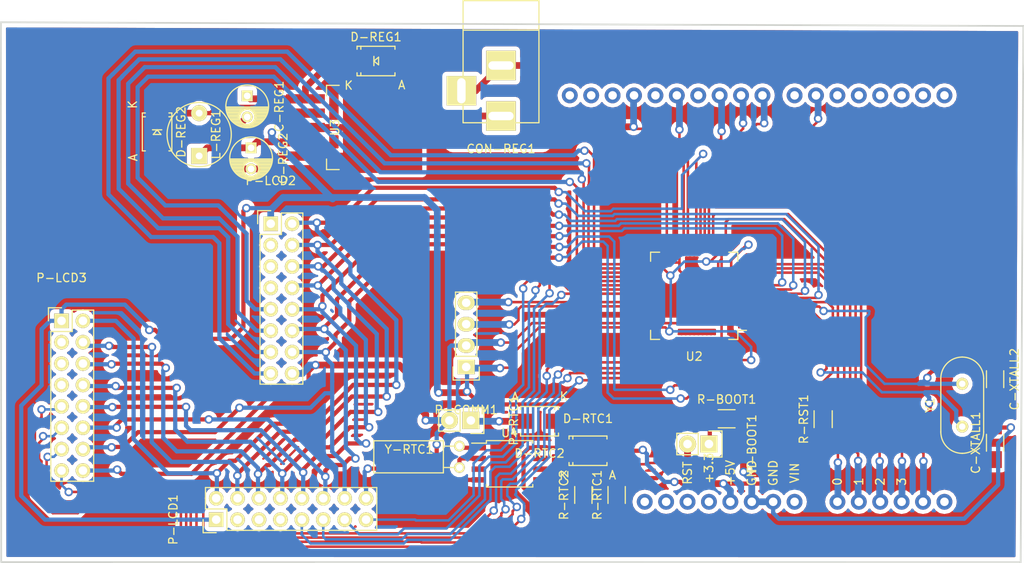
<source format=kicad_pcb>
(kicad_pcb (version 4) (host pcbnew 4.0.1-stable)
  (layers (0 F.Cu signal) (31 B.Cu signal) (34 B.Paste user) (35 F.Paste user) (36 B.SilkS user) (37 F.SilkS user) (38 B.Mask user) (39 F.Mask user) (44 Edge.Cuts user))
  (net 0 "")
  (net 1 "Net-(U1-PadAREF)")
  (net 2 "Net-(U1-PadA5)")
  (net 3 "Net-(U1-PadVIN)")
  (net 4 "Net-(U1-PadRES)")
  (net 5 "Net-(U1-PadRX)")
  (net 6 "Net-(U1-PadTX)")
  (net 7 "Net-(U1-PadD2)")
  (net 8 "Net-(U1-PadD3)")
  (net 9 "Net-(U1-PadD7)")
  (net 10 "Net-(U1-PadD11)")
  (net 11 "Net-(U1-PadD13)")
  (net 12 "Net-(U1-PadIORE)")
  (net 13 VDD)
  (net 14 GND)
  (net 15 /AN_S1)
  (net 16 /AN_S2)
  (net 17 /AN_S3)
  (net 18 /AN_S4)
  (net 19 /AN_S5)
  (net 20 /D1)
  (net 21 /D2)
  (net 22 /AN_S6)
  (net 23 /AN_S7)
  (net 24 /AN_S8)
  (net 25 /AN_S9)
  (net 26 /AN_S10)
  (net 27 /SDA)
  (net 28 /SCL)
  (net 29 "Net-(U2-Pad1)")
  (net 30 "Net-(U2-Pad2)")
  (net 31 "Net-(U2-Pad3)")
  (net 32 "Net-(U2-Pad4)")
  (net 33 "Net-(U2-Pad30)")
  (net 34 "Net-(U2-Pad41)")
  (net 35 "Net-(U2-Pad44)")
  (net 36 "Net-(U2-Pad45)")
  (net 37 "Net-(U2-Pad46)")
  (net 38 "Net-(U2-Pad53)")
  (net 39 "Net-(U2-Pad54)")
  (net 40 "Net-(U2-Pad55)")
  (net 41 "Net-(U2-Pad61)")
  (net 42 "Net-(U2-Pad62)")
  (net 43 /OSC_IN)
  (net 44 /OSC_OUT)
  (net 45 /BOOT0)
  (net 46 /TX)
  (net 47 /RX)
  (net 48 /LA)
  (net 49 /LB)
  (net 50 /LC)
  (net 51 /LD)
  (net 52 /LE)
  (net 53 /LF)
  (net 54 /LG)
  (net 55 "Net-(D-RTC1-Pad1)")
  (net 56 "Net-(D-RTC2-Pad2)")
  (net 57 "Net-(P-LCD1-Pad3)")
  (net 58 "Net-(P-LCD1-Pad5)")
  (net 59 "Net-(P-LCD1-Pad7)")
  (net 60 /D1-D)
  (net 61 /D1-C)
  (net 62 /D1-B)
  (net 63 /D1-A)
  (net 64 "Net-(P-LCD2-Pad3)")
  (net 65 "Net-(P-LCD2-Pad5)")
  (net 66 "Net-(P-LCD2-Pad7)")
  (net 67 /D2-D)
  (net 68 /D2-C)
  (net 69 /D2-B)
  (net 70 /D2-A)
  (net 71 "Net-(P-LCD3-Pad3)")
  (net 72 "Net-(P-LCD3-Pad5)")
  (net 73 "Net-(P-LCD3-Pad7)")
  (net 74 /D3-D)
  (net 75 /D3-C)
  (net 76 /D3-B)
  (net 77 /D3-A)
  (net 78 /RTC_SDA)
  (net 79 /RTC_SCL)
  (net 80 "Net-(U4-Pad1)")
  (net 81 "Net-(U4-Pad2)")
  (net 82 "Net-(U4-Pad3)")
  (net 83 "Net-(U4-Pad7)")
  (net 84 "Net-(R-RST1-Pad2)")
  (net 85 "Net-(U1-Pad3.3V)")
  (net 86 "Net-(C-REG1-Pad1)")
  (net 87 "Net-(CON-REG1-Pad1)")
  (net 88 "Net-(D-REG2-Pad1)")
  (net 89 "Net-(U2-Pad25)")
  (net 90 "Net-(U2-Pad29)")
  (module SparkFun-Boards:UNO_R3_SHIELD (layer F.Cu) (at 133.83 58.86 270)
    (fp_text reference U1 hide)
    (fp_text value ARDUINO_R3_SHIELD_UNO_R3_SHIELD hide)
    (fp_text user GND (at 47.3837 -31.75 270) (layer F.SilkS) (effects (font (size 1.016 1.016) (thickness 0.1524))))
    (fp_text user GND (at 47.3837 -34.29 270) (layer F.SilkS) (effects (font (size 1.016 1.016) (thickness 0.1524))))
    (fp_text user +5V (at 47.3837 -29.21 270) (layer F.SilkS) (effects (font (size 1.016 1.016) (thickness 0.1524))))
    (fp_text user RST (at 47.3837 -24.13 270) (layer F.SilkS) (effects (font (size 1.016 1.016) (thickness 0.1524))))
    (fp_text user VIN (at 47.3837 -36.83 270) (layer F.SilkS) (effects (font (size 1.016 1.016) (thickness 0.1524))))
    (fp_text user +3.3V (at 46.3677 -26.67 270) (layer F.SilkS) (effects (font (size 1.016 1.016) (thickness 0.1524))))
    (fp_text user 0 (at 48.3997 -41.91 270) (layer F.SilkS) (effects (font (size 1.016 1.016) (thickness 0.1524))))
    (fp_text user 1 (at 48.3997 -44.45 270) (layer F.SilkS) (effects (font (size 1.016 1.016) (thickness 0.1524))))
    (fp_text user 2 (at 48.3997 -46.99 270) (layer F.SilkS) (effects (font (size 1.016 1.016) (thickness 0.1524))))
    (fp_text user 3 (at 48.3997 -49.53 270) (layer F.SilkS) (effects (font (size 1.016 1.016) (thickness 0.1524))))
    (pad RES thru_hole oval (at 50.8 -24.13) (size 1.8796 1.8796) (drill 1.016) (layers *.Cu *.Mask) (net 4 "Net-(U1-PadRES)"))
    (pad 3.3V thru_hole oval (at 50.8 -26.67) (size 1.8796 1.8796) (drill 1.016) (layers *.Cu *.Mask) (net 85 "Net-(U1-Pad3.3V)"))
    (pad 5V thru_hole oval (at 50.8 -29.21) (size 1.8796 1.8796) (drill 1.016) (layers *.Cu *.Mask) (net 13 VDD))
    (pad GND@ thru_hole oval (at 50.8 -31.75) (size 1.8796 1.8796) (drill 1.016) (layers *.Cu *.Mask) (net 14 GND))
    (pad GND@ thru_hole oval (at 50.8 -34.29) (size 1.8796 1.8796) (drill 1.016) (layers *.Cu *.Mask) (net 14 GND))
    (pad VIN thru_hole oval (at 50.8 -36.83) (size 1.8796 1.8796) (drill 1.016) (layers *.Cu *.Mask) (net 3 "Net-(U1-PadVIN)"))
    (pad A0 thru_hole oval (at 50.8 -41.91) (size 1.8796 1.8796) (drill 1.016) (layers *.Cu *.Mask) (net 15 /AN_S1))
    (pad A1 thru_hole oval (at 50.8 -44.45) (size 1.8796 1.8796) (drill 1.016) (layers *.Cu *.Mask) (net 16 /AN_S2))
    (pad A2 thru_hole oval (at 50.8 -46.99) (size 1.8796 1.8796) (drill 1.016) (layers *.Cu *.Mask) (net 17 /AN_S3))
    (pad A3 thru_hole oval (at 50.8 -49.53) (size 1.8796 1.8796) (drill 1.016) (layers *.Cu *.Mask) (net 18 /AN_S4))
    (pad A4 thru_hole oval (at 50.8 -52.07) (size 1.8796 1.8796) (drill 1.016) (layers *.Cu *.Mask) (net 19 /AN_S5))
    (pad A5 thru_hole oval (at 50.8 -54.61) (size 1.8796 1.8796) (drill 1.016) (layers *.Cu *.Mask) (net 2 "Net-(U1-PadA5)"))
    (pad RX thru_hole oval (at 2.54 -54.61) (size 1.8796 1.8796) (drill 1.016) (layers *.Cu *.Mask) (net 5 "Net-(U1-PadRX)"))
    (pad TX thru_hole oval (at 2.54 -52.07) (size 1.8796 1.8796) (drill 1.016) (layers *.Cu *.Mask) (net 6 "Net-(U1-PadTX)"))
    (pad D2 thru_hole oval (at 2.54 -49.53) (size 1.8796 1.8796) (drill 1.016) (layers *.Cu *.Mask) (net 7 "Net-(U1-PadD2)"))
    (pad D3 thru_hole oval (at 2.54 -46.99) (size 1.8796 1.8796) (drill 1.016) (layers *.Cu *.Mask) (net 8 "Net-(U1-PadD3)"))
    (pad D4 thru_hole oval (at 2.54 -44.45) (size 1.8796 1.8796) (drill 1.016) (layers *.Cu *.Mask) (net 20 /D1))
    (pad D5 thru_hole oval (at 2.54 -41.91) (size 1.8796 1.8796) (drill 1.016) (layers *.Cu *.Mask) (net 21 /D2))
    (pad D6 thru_hole oval (at 2.54 -39.37) (size 1.8796 1.8796) (drill 1.016) (layers *.Cu *.Mask) (net 22 /AN_S6))
    (pad D7 thru_hole oval (at 2.54 -36.83) (size 1.8796 1.8796) (drill 1.016) (layers *.Cu *.Mask) (net 9 "Net-(U1-PadD7)"))
    (pad D8 thru_hole oval (at 2.54 -33.02) (size 1.8796 1.8796) (drill 1.016) (layers *.Cu *.Mask) (net 23 /AN_S7))
    (pad D9 thru_hole oval (at 2.54 -30.48) (size 1.8796 1.8796) (drill 1.016) (layers *.Cu *.Mask) (net 24 /AN_S8))
    (pad D10 thru_hole oval (at 2.54 -27.94) (size 1.8796 1.8796) (drill 1.016) (layers *.Cu *.Mask) (net 25 /AN_S9))
    (pad D11 thru_hole oval (at 2.54 -25.4) (size 1.8796 1.8796) (drill 1.016) (layers *.Cu *.Mask) (net 10 "Net-(U1-PadD11)"))
    (pad D12 thru_hole oval (at 2.54 -22.86) (size 1.8796 1.8796) (drill 1.016) (layers *.Cu *.Mask) (net 26 /AN_S10))
    (pad D13 thru_hole oval (at 2.54 -20.32) (size 1.8796 1.8796) (drill 1.016) (layers *.Cu *.Mask) (net 11 "Net-(U1-PadD13)"))
    (pad GND@ thru_hole oval (at 2.54 -17.78) (size 1.8796 1.8796) (drill 1.016) (layers *.Cu *.Mask) (net 14 GND))
    (pad AREF thru_hole oval (at 2.54 -15.24) (size 1.8796 1.8796) (drill 1.016) (layers *.Cu *.Mask) (net 1 "Net-(U1-PadAREF)"))
    (pad SDA thru_hole oval (at 2.54 -12.7) (size 1.8796 1.8796) (drill 1.016) (layers *.Cu *.Mask) (net 27 /SDA))
    (pad SCL thru_hole oval (at 2.54 -10.16) (size 1.8796 1.8796) (drill 1.016) (layers *.Cu *.Mask) (net 28 /SCL))
    (pad IORE thru_hole oval (at 50.8 -21.59) (size 1.8796 1.8796) (drill 1.016) (layers *.Cu *.Mask) (net 12 "Net-(U1-PadIORE)"))
    (pad NC thru_hole oval (at 50.8 -19.05) (size 1.8796 1.8796) (drill 1.016) (layers *.Cu *.Mask))
  )
  (module Housings_QFP:LQFP-64_10x10mm_Pitch0.5mm (layer F.Cu) (at 158.75 85.2 180)
    (fp_text reference U2 (at 0 -7.2 180) (layer F.SilkS))
    (fp_text value STM32F103RB)
    (pad 1 smd rect (at -5.7 -3.75 180) (size 1 0.25) (layers F.Cu F.Paste F.Mask) (net 29 "Net-(U2-Pad1)"))
    (pad 2 smd rect (at -5.7 -3.25 180) (size 1 0.25) (layers F.Cu F.Paste F.Mask) (net 30 "Net-(U2-Pad2)"))
    (pad 3 smd rect (at -5.7 -2.75 180) (size 1 0.25) (layers F.Cu F.Paste F.Mask) (net 31 "Net-(U2-Pad3)"))
    (pad 4 smd rect (at -5.7 -2.25 180) (size 1 0.25) (layers F.Cu F.Paste F.Mask) (net 32 "Net-(U2-Pad4)"))
    (pad 5 smd rect (at -5.7 -1.75 180) (size 1 0.25) (layers F.Cu F.Paste F.Mask) (net 43 /OSC_IN))
    (pad 6 smd rect (at -5.7 -1.25 180) (size 1 0.25) (layers F.Cu F.Paste F.Mask) (net 44 /OSC_OUT))
    (pad 7 smd rect (at -5.7 -0.75 180) (size 1 0.25) (layers F.Cu F.Paste F.Mask) (net 84 "Net-(R-RST1-Pad2)"))
    (pad 8 smd rect (at -5.7 -0.25 180) (size 1 0.25) (layers F.Cu F.Paste F.Mask) (net 51 /LD))
    (pad 9 smd rect (at -5.7 0.25 180) (size 1 0.25) (layers F.Cu F.Paste F.Mask) (net 50 /LC))
    (pad 10 smd rect (at -5.7 0.75 180) (size 1 0.25) (layers F.Cu F.Paste F.Mask) (net 49 /LB))
    (pad 11 smd rect (at -5.7 1.25 180) (size 1 0.25) (layers F.Cu F.Paste F.Mask) (net 48 /LA))
    (pad 12 smd rect (at -5.7 1.75 180) (size 1 0.25) (layers F.Cu F.Paste F.Mask) (net 14 GND))
    (pad 13 smd rect (at -5.7 2.25 180) (size 1 0.25) (layers F.Cu F.Paste F.Mask) (net 13 VDD))
    (pad 14 smd rect (at -5.7 2.75 180) (size 1 0.25) (layers F.Cu F.Paste F.Mask) (net 15 /AN_S1))
    (pad 15 smd rect (at -5.7 3.25 180) (size 1 0.25) (layers F.Cu F.Paste F.Mask) (net 16 /AN_S2))
    (pad 16 smd rect (at -5.7 3.75 180) (size 1 0.25) (layers F.Cu F.Paste F.Mask) (net 17 /AN_S3))
    (pad 17 smd rect (at -3.75 5.7 270) (size 1 0.25) (layers F.Cu F.Paste F.Mask) (net 18 /AN_S4))
    (pad 18 smd rect (at -3.25 5.7 270) (size 1 0.25) (layers F.Cu F.Paste F.Mask) (net 14 GND))
    (pad 19 smd rect (at -2.75 5.7 270) (size 1 0.25) (layers F.Cu F.Paste F.Mask) (net 13 VDD))
    (pad 20 smd rect (at -2.25 5.7 270) (size 1 0.25) (layers F.Cu F.Paste F.Mask) (net 19 /AN_S5))
    (pad 21 smd rect (at -1.75 5.7 270) (size 1 0.25) (layers F.Cu F.Paste F.Mask) (net 22 /AN_S6))
    (pad 22 smd rect (at -1.25 5.7 270) (size 1 0.25) (layers F.Cu F.Paste F.Mask) (net 23 /AN_S7))
    (pad 23 smd rect (at -0.75 5.7 270) (size 1 0.25) (layers F.Cu F.Paste F.Mask) (net 24 /AN_S8))
    (pad 24 smd rect (at -0.25 5.7 270) (size 1 0.25) (layers F.Cu F.Paste F.Mask) (net 52 /LE))
    (pad 25 smd rect (at 0.25 5.7 270) (size 1 0.25) (layers F.Cu F.Paste F.Mask) (net 89 "Net-(U2-Pad25)"))
    (pad 26 smd rect (at 0.75 5.7 270) (size 1 0.25) (layers F.Cu F.Paste F.Mask) (net 25 /AN_S9))
    (pad 27 smd rect (at 1.25 5.7 270) (size 1 0.25) (layers F.Cu F.Paste F.Mask) (net 26 /AN_S10))
    (pad 28 smd rect (at 1.75 5.7 270) (size 1 0.25) (layers F.Cu F.Paste F.Mask) (net 14 GND))
    (pad 29 smd rect (at 2.25 5.7 270) (size 1 0.25) (layers F.Cu F.Paste F.Mask) (net 90 "Net-(U2-Pad29)"))
    (pad 30 smd rect (at 2.75 5.7 270) (size 1 0.25) (layers F.Cu F.Paste F.Mask) (net 33 "Net-(U2-Pad30)"))
    (pad 31 smd rect (at 3.25 5.7 270) (size 1 0.25) (layers F.Cu F.Paste F.Mask) (net 14 GND))
    (pad 32 smd rect (at 3.75 5.7 270) (size 1 0.25) (layers F.Cu F.Paste F.Mask) (net 13 VDD))
    (pad 33 smd rect (at 5.7 3.75 180) (size 1 0.25) (layers F.Cu F.Paste F.Mask) (net 70 /D2-A))
    (pad 34 smd rect (at 5.7 3.25 180) (size 1 0.25) (layers F.Cu F.Paste F.Mask) (net 69 /D2-B))
    (pad 35 smd rect (at 5.7 2.75 180) (size 1 0.25) (layers F.Cu F.Paste F.Mask) (net 68 /D2-C))
    (pad 36 smd rect (at 5.7 2.25 180) (size 1 0.25) (layers F.Cu F.Paste F.Mask) (net 67 /D2-D))
    (pad 37 smd rect (at 5.7 1.75 180) (size 1 0.25) (layers F.Cu F.Paste F.Mask) (net 63 /D1-A))
    (pad 38 smd rect (at 5.7 1.25 180) (size 1 0.25) (layers F.Cu F.Paste F.Mask) (net 62 /D1-B))
    (pad 39 smd rect (at 5.7 0.75 180) (size 1 0.25) (layers F.Cu F.Paste F.Mask) (net 61 /D1-C))
    (pad 40 smd rect (at 5.7 0.25 180) (size 1 0.25) (layers F.Cu F.Paste F.Mask) (net 60 /D1-D))
    (pad 41 smd rect (at 5.7 -0.25 180) (size 1 0.25) (layers F.Cu F.Paste F.Mask) (net 34 "Net-(U2-Pad41)"))
    (pad 42 smd rect (at 5.7 -0.75 180) (size 1 0.25) (layers F.Cu F.Paste F.Mask) (net 46 /TX))
    (pad 43 smd rect (at 5.7 -1.25 180) (size 1 0.25) (layers F.Cu F.Paste F.Mask) (net 47 /RX))
    (pad 44 smd rect (at 5.7 -1.75 180) (size 1 0.25) (layers F.Cu F.Paste F.Mask) (net 35 "Net-(U2-Pad44)"))
    (pad 45 smd rect (at 5.7 -2.25 180) (size 1 0.25) (layers F.Cu F.Paste F.Mask) (net 36 "Net-(U2-Pad45)"))
    (pad 46 smd rect (at 5.7 -2.75 180) (size 1 0.25) (layers F.Cu F.Paste F.Mask) (net 37 "Net-(U2-Pad46)"))
    (pad 47 smd rect (at 5.7 -3.25 180) (size 1 0.25) (layers F.Cu F.Paste F.Mask) (net 14 GND))
    (pad 48 smd rect (at 5.7 -3.75 180) (size 1 0.25) (layers F.Cu F.Paste F.Mask) (net 13 VDD))
    (pad 49 smd rect (at 3.75 -5.7 270) (size 1 0.25) (layers F.Cu F.Paste F.Mask) (net 77 /D3-A))
    (pad 50 smd rect (at 3.25 -5.7 270) (size 1 0.25) (layers F.Cu F.Paste F.Mask) (net 76 /D3-B))
    (pad 51 smd rect (at 2.75 -5.7 270) (size 1 0.25) (layers F.Cu F.Paste F.Mask) (net 75 /D3-C))
    (pad 52 smd rect (at 2.25 -5.7 270) (size 1 0.25) (layers F.Cu F.Paste F.Mask) (net 74 /D3-D))
    (pad 53 smd rect (at 1.75 -5.7 270) (size 1 0.25) (layers F.Cu F.Paste F.Mask) (net 38 "Net-(U2-Pad53)"))
    (pad 54 smd rect (at 1.25 -5.7 270) (size 1 0.25) (layers F.Cu F.Paste F.Mask) (net 39 "Net-(U2-Pad54)"))
    (pad 55 smd rect (at 0.75 -5.7 270) (size 1 0.25) (layers F.Cu F.Paste F.Mask) (net 40 "Net-(U2-Pad55)"))
    (pad 56 smd rect (at 0.25 -5.7 270) (size 1 0.25) (layers F.Cu F.Paste F.Mask) (net 54 /LG))
    (pad 57 smd rect (at -0.25 -5.7 270) (size 1 0.25) (layers F.Cu F.Paste F.Mask) (net 53 /LF))
    (pad 58 smd rect (at -0.75 -5.7 270) (size 1 0.25) (layers F.Cu F.Paste F.Mask) (net 79 /RTC_SCL))
    (pad 59 smd rect (at -1.25 -5.7 270) (size 1 0.25) (layers F.Cu F.Paste F.Mask) (net 78 /RTC_SDA))
    (pad 60 smd rect (at -1.75 -5.7 270) (size 1 0.25) (layers F.Cu F.Paste F.Mask) (net 45 /BOOT0))
    (pad 61 smd rect (at -2.25 -5.7 270) (size 1 0.25) (layers F.Cu F.Paste F.Mask) (net 41 "Net-(U2-Pad61)"))
    (pad 62 smd rect (at -2.75 -5.7 270) (size 1 0.25) (layers F.Cu F.Paste F.Mask) (net 42 "Net-(U2-Pad62)"))
    (pad 63 smd rect (at -3.25 -5.7 270) (size 1 0.25) (layers F.Cu F.Paste F.Mask) (net 14 GND))
    (pad 64 smd rect (at -3.75 -5.7 270) (size 1 0.25) (layers F.Cu F.Paste F.Mask) (net 13 VDD))
  )
  (module Capacitors_SMD:C_1206_HandSoldering (layer F.Cu) (at 194.45 102.65 90)
    (fp_text reference C-XTALL1 (at 0 -2.3 90) (layer F.SilkS))
    (fp_text value 22pf)
    (pad 1 smd rect (at -2 0 90) (size 2 1.6) (layers F.Cu F.Paste F.Mask) (net 43 /OSC_IN))
    (pad 2 smd rect (at 2 0 90) (size 2 1.6) (layers F.Cu F.Paste F.Mask) (net 14 GND))
  )
  (module Capacitors_SMD:C_1206_HandSoldering (layer F.Cu) (at 194.45 95.1 270)
    (fp_text reference C-XTALL2 (at 0 -2.3 270) (layer F.SilkS))
    (fp_text value 22pf)
    (pad 1 smd rect (at -2 0 270) (size 2 1.6) (layers F.Cu F.Paste F.Mask) (net 44 /OSC_OUT))
    (pad 2 smd rect (at 2 0 270) (size 2 1.6) (layers F.Cu F.Paste F.Mask) (net 14 GND))
  )
  (module Pin_Headers:Pin_Header_Straight_1x02 (layer F.Cu) (at 160.5 102.8 270)
    (fp_text reference P-BOOT1 (at 0 -5.1 270) (layer F.SilkS))
    (fp_text value CONN_01X02)
    (pad 1 thru_hole rect (at 0 0 270) (size 2.032 2.032) (drill 1.016) (layers *.Cu *.Mask F.SilkS) (net 45 /BOOT0))
    (pad 2 thru_hole oval (at 0 2.54 270) (size 2.032 2.032) (drill 1.016) (layers *.Cu *.Mask F.SilkS) (net 13 VDD))
  )
  (module Pin_Headers:Pin_Header_Straight_1x04 (layer F.Cu) (at 131.7 93.65 180)
    (fp_text reference P-COMM1 (at 0 -5.1 180) (layer F.SilkS))
    (fp_text value CONN_01X04)
    (pad 1 thru_hole rect (at 0 0 180) (size 2.032 1.7272) (drill 1.016) (layers *.Cu *.Mask F.SilkS) (net 13 VDD))
    (pad 2 thru_hole oval (at 0 2.54 180) (size 2.032 1.7272) (drill 1.016) (layers *.Cu *.Mask F.SilkS) (net 14 GND))
    (pad 3 thru_hole oval (at 0 5.08 180) (size 2.032 1.7272) (drill 1.016) (layers *.Cu *.Mask F.SilkS) (net 47 /RX))
    (pad 4 thru_hole oval (at 0 7.62 180) (size 2.032 1.7272) (drill 1.016) (layers *.Cu *.Mask F.SilkS) (net 46 /TX))
  )
  (module Resistors_SMD:R_1206_HandSoldering (layer F.Cu) (at 162.6 99.8)
    (fp_text reference R-BOOT1 (at 0 -2.3) (layer F.SilkS))
    (fp_text value 4k7)
    (pad 1 smd rect (at -2 0) (size 2 1.7) (layers F.Cu F.Paste F.Mask) (net 45 /BOOT0))
    (pad 2 smd rect (at 2 0) (size 2 1.7) (layers F.Cu F.Paste F.Mask) (net 14 GND))
  )
  (module Resistors_SMD:R_1206_HandSoldering (layer F.Cu) (at 174.05 99.85 90)
    (fp_text reference R-RST1 (at 0 -2.3 90) (layer F.SilkS))
    (fp_text value 4k7)
    (pad 1 smd rect (at -2 0 90) (size 2 1.7) (layers F.Cu F.Paste F.Mask) (net 13 VDD))
    (pad 2 smd rect (at 2 0 90) (size 2 1.7) (layers F.Cu F.Paste F.Mask) (net 84 "Net-(R-RST1-Pad2)"))
  )
  (module Crystals:HC-49V (layer F.Cu) (at 190.55 98.19 90)
    (fp_text reference Y1 (at 0 -3.81 90) (layer F.SilkS))
    (fp_text value 8MHz)
    (pad 1 thru_hole circle (at -2.54 0 90) (size 1.4224 1.4224) (drill 0.762) (layers *.Cu *.Mask F.SilkS) (net 43 /OSC_IN))
    (pad 2 thru_hole circle (at 2.54 0 90) (size 1.4224 1.4224) (drill 0.762) (layers *.Cu *.Mask F.SilkS) (net 44 /OSC_OUT))
  )
  (module Diodes_SMD:SMA_Standard (layer F.Cu) (at 146.15102 103.6)
    (fp_text reference D-RTC1 (at 0 -3.81) (layer F.SilkS))
    (fp_text value D)
    (fp_text user K (at -2.9 2.95) (layer F.SilkS))
    (fp_text user A (at 2.9 2.9) (layer F.SilkS))
    (pad 1 smd rect (at -1.99898 0) (size 2.49936 1.80086) (layers F.Cu F.Paste F.Mask) (net 55 "Net-(D-RTC1-Pad1)"))
    (pad 2 smd rect (at 1.99898 0) (size 2.49936 1.80086) (layers F.Cu F.Paste F.Mask) (net 13 VDD))
  )
  (module Diodes_SMD:SMA_Standard (layer F.Cu) (at 140.4 100.1 180)
    (fp_text reference D-RTC2 (at 0 -3.81 180) (layer F.SilkS))
    (fp_text value D)
    (fp_text user K (at -2.9 2.95 180) (layer F.SilkS))
    (fp_text user A (at 2.9 2.9 180) (layer F.SilkS))
    (pad 1 smd rect (at -1.99898 0 180) (size 2.49936 1.80086) (layers F.Cu F.Paste F.Mask) (net 55 "Net-(D-RTC1-Pad1)"))
    (pad 2 smd rect (at 1.99898 0 180) (size 2.49936 1.80086) (layers F.Cu F.Paste F.Mask) (net 56 "Net-(D-RTC2-Pad2)"))
  )
  (module Pin_Headers:Pin_Header_Straight_2x08 (layer F.Cu) (at 102.04 111.78 90)
    (fp_text reference P-LCD1 (at 0 -5.1 90) (layer F.SilkS))
    (fp_text value CONN_02X08)
    (pad 1 thru_hole rect (at 0 0 90) (size 1.7272 1.7272) (drill 1.016) (layers *.Cu *.Mask F.SilkS) (net 13 VDD))
    (pad 2 thru_hole oval (at 2.54 0 90) (size 1.7272 1.7272) (drill 1.016) (layers *.Cu *.Mask F.SilkS) (net 52 /LE))
    (pad 3 thru_hole oval (at 0 2.54 90) (size 1.7272 1.7272) (drill 1.016) (layers *.Cu *.Mask F.SilkS) (net 57 "Net-(P-LCD1-Pad3)"))
    (pad 4 thru_hole oval (at 2.54 2.54 90) (size 1.7272 1.7272) (drill 1.016) (layers *.Cu *.Mask F.SilkS) (net 51 /LD))
    (pad 5 thru_hole oval (at 0 5.08 90) (size 1.7272 1.7272) (drill 1.016) (layers *.Cu *.Mask F.SilkS) (net 58 "Net-(P-LCD1-Pad5)"))
    (pad 6 thru_hole oval (at 2.54 5.08 90) (size 1.7272 1.7272) (drill 1.016) (layers *.Cu *.Mask F.SilkS) (net 50 /LC))
    (pad 7 thru_hole oval (at 0 7.62 90) (size 1.7272 1.7272) (drill 1.016) (layers *.Cu *.Mask F.SilkS) (net 59 "Net-(P-LCD1-Pad7)"))
    (pad 8 thru_hole oval (at 2.54 7.62 90) (size 1.7272 1.7272) (drill 1.016) (layers *.Cu *.Mask F.SilkS) (net 49 /LB))
    (pad 9 thru_hole oval (at 0 10.16 90) (size 1.7272 1.7272) (drill 1.016) (layers *.Cu *.Mask F.SilkS) (net 60 /D1-D))
    (pad 10 thru_hole oval (at 2.54 10.16 90) (size 1.7272 1.7272) (drill 1.016) (layers *.Cu *.Mask F.SilkS) (net 48 /LA))
    (pad 11 thru_hole oval (at 0 12.7 90) (size 1.7272 1.7272) (drill 1.016) (layers *.Cu *.Mask F.SilkS) (net 61 /D1-C))
    (pad 12 thru_hole oval (at 2.54 12.7 90) (size 1.7272 1.7272) (drill 1.016) (layers *.Cu *.Mask F.SilkS) (net 54 /LG))
    (pad 13 thru_hole oval (at 0 15.24 90) (size 1.7272 1.7272) (drill 1.016) (layers *.Cu *.Mask F.SilkS) (net 62 /D1-B))
    (pad 14 thru_hole oval (at 2.54 15.24 90) (size 1.7272 1.7272) (drill 1.016) (layers *.Cu *.Mask F.SilkS) (net 53 /LF))
    (pad 15 thru_hole oval (at 0 17.78 90) (size 1.7272 1.7272) (drill 1.016) (layers *.Cu *.Mask F.SilkS) (net 63 /D1-A))
    (pad 16 thru_hole oval (at 2.54 17.78 90) (size 1.7272 1.7272) (drill 1.016) (layers *.Cu *.Mask F.SilkS) (net 14 GND))
  )
  (module Pin_Headers:Pin_Header_Straight_2x08 (layer F.Cu) (at 108.51 76.64)
    (fp_text reference P-LCD2 (at 0 -5.1) (layer F.SilkS))
    (fp_text value CONN_02X08)
    (pad 1 thru_hole rect (at 0 0) (size 1.7272 1.7272) (drill 1.016) (layers *.Cu *.Mask F.SilkS) (net 13 VDD))
    (pad 2 thru_hole oval (at 2.54 0) (size 1.7272 1.7272) (drill 1.016) (layers *.Cu *.Mask F.SilkS) (net 52 /LE))
    (pad 3 thru_hole oval (at 0 2.54) (size 1.7272 1.7272) (drill 1.016) (layers *.Cu *.Mask F.SilkS) (net 64 "Net-(P-LCD2-Pad3)"))
    (pad 4 thru_hole oval (at 2.54 2.54) (size 1.7272 1.7272) (drill 1.016) (layers *.Cu *.Mask F.SilkS) (net 51 /LD))
    (pad 5 thru_hole oval (at 0 5.08) (size 1.7272 1.7272) (drill 1.016) (layers *.Cu *.Mask F.SilkS) (net 65 "Net-(P-LCD2-Pad5)"))
    (pad 6 thru_hole oval (at 2.54 5.08) (size 1.7272 1.7272) (drill 1.016) (layers *.Cu *.Mask F.SilkS) (net 50 /LC))
    (pad 7 thru_hole oval (at 0 7.62) (size 1.7272 1.7272) (drill 1.016) (layers *.Cu *.Mask F.SilkS) (net 66 "Net-(P-LCD2-Pad7)"))
    (pad 8 thru_hole oval (at 2.54 7.62) (size 1.7272 1.7272) (drill 1.016) (layers *.Cu *.Mask F.SilkS) (net 49 /LB))
    (pad 9 thru_hole oval (at 0 10.16) (size 1.7272 1.7272) (drill 1.016) (layers *.Cu *.Mask F.SilkS) (net 67 /D2-D))
    (pad 10 thru_hole oval (at 2.54 10.16) (size 1.7272 1.7272) (drill 1.016) (layers *.Cu *.Mask F.SilkS) (net 48 /LA))
    (pad 11 thru_hole oval (at 0 12.7) (size 1.7272 1.7272) (drill 1.016) (layers *.Cu *.Mask F.SilkS) (net 68 /D2-C))
    (pad 12 thru_hole oval (at 2.54 12.7) (size 1.7272 1.7272) (drill 1.016) (layers *.Cu *.Mask F.SilkS) (net 54 /LG))
    (pad 13 thru_hole oval (at 0 15.24) (size 1.7272 1.7272) (drill 1.016) (layers *.Cu *.Mask F.SilkS) (net 69 /D2-B))
    (pad 14 thru_hole oval (at 2.54 15.24) (size 1.7272 1.7272) (drill 1.016) (layers *.Cu *.Mask F.SilkS) (net 53 /LF))
    (pad 15 thru_hole oval (at 0 17.78) (size 1.7272 1.7272) (drill 1.016) (layers *.Cu *.Mask F.SilkS) (net 70 /D2-A))
    (pad 16 thru_hole oval (at 2.54 17.78) (size 1.7272 1.7272) (drill 1.016) (layers *.Cu *.Mask F.SilkS) (net 14 GND))
  )
  (module Pin_Headers:Pin_Header_Straight_2x08 (layer F.Cu) (at 83.69 88.17)
    (fp_text reference P-LCD3 (at 0 -5.1) (layer F.SilkS))
    (fp_text value CONN_02X08)
    (pad 1 thru_hole rect (at 0 0) (size 1.7272 1.7272) (drill 1.016) (layers *.Cu *.Mask F.SilkS) (net 13 VDD))
    (pad 2 thru_hole oval (at 2.54 0) (size 1.7272 1.7272) (drill 1.016) (layers *.Cu *.Mask F.SilkS) (net 52 /LE))
    (pad 3 thru_hole oval (at 0 2.54) (size 1.7272 1.7272) (drill 1.016) (layers *.Cu *.Mask F.SilkS) (net 71 "Net-(P-LCD3-Pad3)"))
    (pad 4 thru_hole oval (at 2.54 2.54) (size 1.7272 1.7272) (drill 1.016) (layers *.Cu *.Mask F.SilkS) (net 51 /LD))
    (pad 5 thru_hole oval (at 0 5.08) (size 1.7272 1.7272) (drill 1.016) (layers *.Cu *.Mask F.SilkS) (net 72 "Net-(P-LCD3-Pad5)"))
    (pad 6 thru_hole oval (at 2.54 5.08) (size 1.7272 1.7272) (drill 1.016) (layers *.Cu *.Mask F.SilkS) (net 50 /LC))
    (pad 7 thru_hole oval (at 0 7.62) (size 1.7272 1.7272) (drill 1.016) (layers *.Cu *.Mask F.SilkS) (net 73 "Net-(P-LCD3-Pad7)"))
    (pad 8 thru_hole oval (at 2.54 7.62) (size 1.7272 1.7272) (drill 1.016) (layers *.Cu *.Mask F.SilkS) (net 49 /LB))
    (pad 9 thru_hole oval (at 0 10.16) (size 1.7272 1.7272) (drill 1.016) (layers *.Cu *.Mask F.SilkS) (net 74 /D3-D))
    (pad 10 thru_hole oval (at 2.54 10.16) (size 1.7272 1.7272) (drill 1.016) (layers *.Cu *.Mask F.SilkS) (net 48 /LA))
    (pad 11 thru_hole oval (at 0 12.7) (size 1.7272 1.7272) (drill 1.016) (layers *.Cu *.Mask F.SilkS) (net 75 /D3-C))
    (pad 12 thru_hole oval (at 2.54 12.7) (size 1.7272 1.7272) (drill 1.016) (layers *.Cu *.Mask F.SilkS) (net 54 /LG))
    (pad 13 thru_hole oval (at 0 15.24) (size 1.7272 1.7272) (drill 1.016) (layers *.Cu *.Mask F.SilkS) (net 76 /D3-B))
    (pad 14 thru_hole oval (at 2.54 15.24) (size 1.7272 1.7272) (drill 1.016) (layers *.Cu *.Mask F.SilkS) (net 53 /LF))
    (pad 15 thru_hole oval (at 0 17.78) (size 1.7272 1.7272) (drill 1.016) (layers *.Cu *.Mask F.SilkS) (net 77 /D3-A))
    (pad 16 thru_hole oval (at 2.54 17.78) (size 1.7272 1.7272) (drill 1.016) (layers *.Cu *.Mask F.SilkS) (net 14 GND))
  )
  (module Pin_Headers:Pin_Header_Straight_1x02 (layer F.Cu) (at 132.25 100 270)
    (fp_text reference P-RTC1 (at 0 -5.1 270) (layer F.SilkS))
    (fp_text value CONN_01X02)
    (pad 1 thru_hole rect (at 0 0 270) (size 2.032 2.032) (drill 1.016) (layers *.Cu *.Mask F.SilkS) (net 56 "Net-(D-RTC2-Pad2)"))
    (pad 2 thru_hole oval (at 0 2.54 270) (size 2.032 2.032) (drill 1.016) (layers *.Cu *.Mask F.SilkS) (net 14 GND))
  )
  (module Capacitors_SMD:C_1206_HandSoldering (layer F.Cu) (at 149.55 108.85 90)
    (fp_text reference R-RTC1 (at 0 -2.3 90) (layer F.SilkS))
    (fp_text value 4k7)
    (pad 1 smd rect (at -2 0 90) (size 2 1.6) (layers F.Cu F.Paste F.Mask) (net 55 "Net-(D-RTC1-Pad1)"))
    (pad 2 smd rect (at 2 0 90) (size 2 1.6) (layers F.Cu F.Paste F.Mask) (net 78 /RTC_SDA))
  )
  (module Capacitors_SMD:C_1206_HandSoldering (layer F.Cu) (at 145.6 108.85 90)
    (fp_text reference R-RTC2 (at 0 -2.3 90) (layer F.SilkS))
    (fp_text value 4k7)
    (pad 1 smd rect (at -2 0 90) (size 2 1.6) (layers F.Cu F.Paste F.Mask) (net 55 "Net-(D-RTC1-Pad1)"))
    (pad 2 smd rect (at 2 0 90) (size 2 1.6) (layers F.Cu F.Paste F.Mask) (net 79 /RTC_SCL))
  )
  (module Housings_SOIC:SOIJ-8_5.3x5.3mm_Pitch1.27mm (layer F.Cu) (at 136.85 105.15)
    (fp_text reference U4 (at 0 -3.68) (layer F.SilkS))
    (fp_text value PCF8563)
    (pad 1 smd rect (at -3.65 -1.905) (size 1.7 0.65) (layers F.Cu F.Paste F.Mask) (net 80 "Net-(U4-Pad1)"))
    (pad 2 smd rect (at -3.65 -0.635) (size 1.7 0.65) (layers F.Cu F.Paste F.Mask) (net 81 "Net-(U4-Pad2)"))
    (pad 3 smd rect (at -3.65 0.635) (size 1.7 0.65) (layers F.Cu F.Paste F.Mask) (net 82 "Net-(U4-Pad3)"))
    (pad 4 smd rect (at -3.65 1.905) (size 1.7 0.65) (layers F.Cu F.Paste F.Mask) (net 14 GND))
    (pad 5 smd rect (at 3.65 1.905) (size 1.7 0.65) (layers F.Cu F.Paste F.Mask) (net 78 /RTC_SDA))
    (pad 6 smd rect (at 3.65 0.635) (size 1.7 0.65) (layers F.Cu F.Paste F.Mask) (net 79 /RTC_SCL))
    (pad 7 smd rect (at 3.65 -0.635) (size 1.7 0.65) (layers F.Cu F.Paste F.Mask) (net 83 "Net-(U4-Pad7)"))
    (pad 8 smd rect (at 3.65 -1.905) (size 1.7 0.65) (layers F.Cu F.Paste F.Mask) (net 55 "Net-(D-RTC1-Pad1)"))
  )
  (module Crystals:Crystal_Watch (layer F.Cu) (at 130.9 104.32 270)
    (fp_text reference Y-RTC1 (at -0.889 5.969 360) (layer F.SilkS))
    (fp_text value 32kHz)
    (pad 1 thru_hole circle (at -1.27 0 270) (size 1.27 1.27) (drill 0.8128) (layers *.Cu *.Mask F.SilkS) (net 80 "Net-(U4-Pad1)"))
    (pad 2 thru_hole circle (at 1.27 0 270) (size 1.27 1.27) (drill 0.8128) (layers *.Cu *.Mask F.SilkS) (net 81 "Net-(U4-Pad2)"))
  )
  (module Capacitors_ThroughHole:C_Radial_D5_L6_P2.5 (layer F.Cu) (at 105.72 61.46 270)
    (fp_text reference C-REG1 (at 1.25 -3.8 270) (layer F.SilkS))
    (fp_text value CP)
    (pad 1 thru_hole rect (at 0 0 270) (size 1.3 1.3) (drill 0.8) (layers *.Cu *.Mask F.SilkS) (net 86 "Net-(C-REG1-Pad1)"))
    (pad 2 thru_hole circle (at 2.5 0 270) (size 1.3 1.3) (drill 0.8) (layers *.Cu *.Mask F.SilkS) (net 14 GND))
  )
  (module Capacitors_ThroughHole:C_Radial_D5_L6_P2.5 (layer F.Cu) (at 106.18 67.63 270)
    (fp_text reference C-REG2 (at 1.25 -3.8 270) (layer F.SilkS))
    (fp_text value CP)
    (pad 1 thru_hole rect (at 0 0 270) (size 1.3 1.3) (drill 0.8) (layers *.Cu *.Mask F.SilkS) (net 13 VDD))
    (pad 2 thru_hole circle (at 2.5 0 270) (size 1.3 1.3) (drill 0.8) (layers *.Cu *.Mask F.SilkS) (net 14 GND))
  )
  (module Connect:BARREL_JACK (layer F.Cu) (at 135.83 57.64986 270)
    (fp_text reference CON-REG1 (at 10.09904 0 360) (layer F.SilkS))
    (fp_text value BARREL_JACK)
    (pad 1 thru_hole rect (at 6.20014 0 270) (size 3.50012 3.50012) (drill oval 1.00076 2.99974) (layers *.Cu *.Mask F.SilkS) (net 87 "Net-(CON-REG1-Pad1)"))
    (pad 2 thru_hole rect (at 0.20066 0 270) (size 3.50012 3.50012) (drill oval 1.00076 2.99974) (layers *.Cu *.Mask F.SilkS) (net 14 GND))
    (pad 3 thru_hole rect (at 3.2004 4.699 270) (size 3.50012 3.50012) (drill oval 2.99974 1.00076) (layers *.Cu *.Mask F.SilkS) (net 14 GND))
  )
  (module Diodes_SMD:SMA_Handsoldering (layer F.Cu) (at 121.00064 57.32)
    (fp_text reference D-REG1 (at 0 -2.85) (layer F.SilkS))
    (fp_text value D)
    (fp_text user K (at -3.25 2.9) (layer F.SilkS))
    (fp_text user A (at 3.05 2.85) (layer F.SilkS))
    (pad 1 smd rect (at -2.49936 0) (size 3.50012 1.80086) (layers F.Cu F.Paste F.Mask) (net 86 "Net-(C-REG1-Pad1)"))
    (pad 2 smd rect (at 2.49936 0) (size 3.50012 1.80086) (layers F.Cu F.Paste F.Mask) (net 87 "Net-(CON-REG1-Pad1)"))
  )
  (module Diodes_SMD:SMA_Handsoldering (layer F.Cu) (at 95.03 65.74064 270)
    (fp_text reference D-REG2 (at 0 -2.85 270) (layer F.SilkS))
    (fp_text value D_Schottky)
    (fp_text user K (at -3.25 2.9 270) (layer F.SilkS))
    (fp_text user A (at 3.05 2.85 270) (layer F.SilkS))
    (pad 1 smd rect (at -2.49936 0 270) (size 3.50012 1.80086) (layers F.Cu F.Paste F.Mask) (net 88 "Net-(D-REG2-Pad1)"))
    (pad 2 smd rect (at 2.49936 0 270) (size 3.50012 1.80086) (layers F.Cu F.Paste F.Mask) (net 14 GND))
  )
  (module Inductors:INDUCTOR_V (layer F.Cu) (at 100.02 66.05 90)
    (fp_text reference L-REG1 (at 0 1.99898 90) (layer F.SilkS))
    (fp_text value INDUCTOR)
    (pad 1 thru_hole rect (at -2.54 0 90) (size 1.905 1.905) (drill 0.8128) (layers *.Cu *.Mask F.SilkS) (net 13 VDD))
    (pad 2 thru_hole circle (at 2.54 0 90) (size 1.905 1.905) (drill 0.8128) (layers *.Cu *.Mask F.SilkS) (net 88 "Net-(D-REG2-Pad1)"))
  )
  (module TO_SOT_Packages_SMD:TO-263-5Lead (layer F.Cu) (at 112.63 65.21)
    (fp_text reference U3 (at 3.5 0 90) (layer F.SilkS))
    (fp_text value LM2596S_TO263-3)
    (pad 5 smd rect (at 0 3.4) (size 4.6 1.1) (layers F.Cu F.Paste F.Mask) (net 14 GND))
    (pad 4 smd rect (at 0 1.7) (size 4.6 1.1) (layers F.Cu F.Paste F.Mask) (net 13 VDD))
    (pad 2 smd rect (at 0 -1.7) (size 4.6 1.1) (layers F.Cu F.Paste F.Mask) (net 88 "Net-(D-REG2-Pad1)"))
    (pad 3 smd rect (at 9.15 0) (size 9.4 10.8) (layers F.Cu F.Paste F.Mask) (net 14 GND))
    (pad 3 smd rect (at 0 0) (size 4.6 1.1) (layers F.Cu F.Paste F.Mask) (net 14 GND))
    (pad 1 smd rect (at 0 -3.4) (size 4.6 1.1) (layers F.Cu F.Paste F.Mask) (net 86 "Net-(C-REG1-Pad1)"))
  )
  (gr_line (start 76.54 116.82) (end 76.49 52.72) (layer Edge.Cuts) (width 0.2))
  (gr_line (start 197.48 116.84) (end 76.54 116.82) (layer Edge.Cuts) (width 0.2))
  (gr_line (start 197.8 53.16) (end 197.48 116.84) (layer Edge.Cuts) (width 0.2))
  (gr_line (start 76.49 52.72) (end 197.8 53.16) (layer Edge.Cuts) (width 0.2))
  (segment (start 165.51 92.83) (end 165.51 91.27) (width 0.3) (layer B.Cu) (net 13))
  (segment (start 165.51 91.27) (end 163.66 89.42) (width 0.3) (layer B.Cu) (net 13))
  (segment (start 163.66 89.42) (end 155.8 89.42) (width 0.3) (layer B.Cu) (net 13))
  (segment (start 162.5 92.25) (end 163.08 92.83) (width 0.3) (layer F.Cu) (net 13))
  (segment (start 163.08 92.83) (end 165.51 92.83) (width 0.3) (layer F.Cu) (net 13))
  (via (at 165.51 92.83) (size 1) (drill 0.6) (layers F.Cu B.Cu) (net 13))
  (segment (start 162.5 91.32) (end 162.5 92.25) (width 0.3) (layer F.Cu) (net 13))
  (segment (start 162.5 90.9) (end 162.5 91.32) (width 0.3) (layer F.Cu) (net 13))
  (segment (start 164.420001 79.629999) (end 162.92 81.13) (width 0.3) (layer B.Cu) (net 13))
  (segment (start 162.92 81.13) (end 160.18 81.13) (width 0.3) (layer B.Cu) (net 13))
  (segment (start 165.19 79.13) (end 164.690001 79.629999) (width 0.3) (layer B.Cu) (net 13))
  (segment (start 164.690001 79.629999) (end 164.420001 79.629999) (width 0.3) (layer B.Cu) (net 13))
  (segment (start 163.14 80.98) (end 164.99 79.13) (width 0.3) (layer F.Cu) (net 13))
  (via (at 165.19 79.13) (size 1) (drill 0.6) (layers F.Cu B.Cu) (net 13))
  (segment (start 164.99 79.13) (end 165.19 79.13) (width 0.3) (layer F.Cu) (net 13))
  (segment (start 163.14 82.95) (end 163.14 80.98) (width 0.3) (layer F.Cu) (net 13))
  (segment (start 160.18 81.13) (end 157.58 81.13) (width 0.3) (layer B.Cu) (net 13))
  (segment (start 157.58 81.13) (end 155.92 82.79) (width 0.3) (layer B.Cu) (net 13))
  (segment (start 161.5 79.5) (end 161.5 80.3) (width 0.3) (layer F.Cu) (net 13))
  (segment (start 160.67 81.13) (end 160.18 81.13) (width 0.3) (layer F.Cu) (net 13))
  (segment (start 161.5 80.3) (end 160.67 81.13) (width 0.3) (layer F.Cu) (net 13))
  (via (at 160.18 81.13) (size 1) (drill 0.6) (layers F.Cu B.Cu) (net 13))
  (segment (start 164.45 82.95) (end 163.14 82.95) (width 0.3) (layer F.Cu) (net 13))
  (segment (start 155 79.5) (end 155 81.87) (width 0.3) (layer F.Cu) (net 13))
  (segment (start 155 81.87) (end 155.92 82.79) (width 0.3) (layer F.Cu) (net 13))
  (segment (start 155.97 83.11) (end 155.97 82.84) (width 0.3) (layer B.Cu) (net 13))
  (segment (start 155.97 82.84) (end 155.92 82.79) (width 0.3) (layer B.Cu) (net 13))
  (via (at 155.92 82.79) (size 1) (drill 0.6) (layers F.Cu B.Cu) (net 13))
  (segment (start 155.97 88.542894) (end 155.97 83.11) (width 0.3) (layer B.Cu) (net 13))
  (segment (start 155.8 89.42) (end 155.8 88.712894) (width 0.3) (layer B.Cu) (net 13))
  (segment (start 155.8 88.712894) (end 155.97 88.542894) (width 0.3) (layer B.Cu) (net 13))
  (segment (start 153.05 88.95) (end 155.33 88.95) (width 0.3) (layer F.Cu) (net 13))
  (segment (start 155.33 88.95) (end 155.8 89.42) (width 0.3) (layer F.Cu) (net 13))
  (via (at 155.8 89.42) (size 1) (drill 0.6) (layers F.Cu B.Cu) (net 13))
  (segment (start 105.62 74.79) (end 108.3236 74.79) (width 0.5) (layer B.Cu) (net 13))
  (segment (start 108.3236 74.79) (end 108.51 74.9764) (width 0.5) (layer B.Cu) (net 13))
  (segment (start 105.27 88.9) (end 105.27 75.14) (width 0.5) (layer F.Cu) (net 13))
  (segment (start 105.27 75.14) (end 105.62 74.79) (width 0.5) (layer F.Cu) (net 13))
  (via (at 105.62 74.79) (size 1) (drill 0.6) (layers F.Cu B.Cu) (net 13))
  (segment (start 103.86 90.31) (end 105.27 88.9) (width 0.5) (layer F.Cu) (net 13))
  (segment (start 95.857106 90.31) (end 103.86 90.31) (width 0.5) (layer F.Cu) (net 13))
  (segment (start 94.1 89.26) (end 94.807106 89.26) (width 0.5) (layer F.Cu) (net 13))
  (segment (start 94.807106 89.26) (end 95.857106 90.31) (width 0.5) (layer F.Cu) (net 13))
  (segment (start 93.65 88.7) (end 94.1 89.15) (width 0.5) (layer B.Cu) (net 13))
  (segment (start 94.1 89.15) (end 94.1 89.26) (width 0.5) (layer B.Cu) (net 13))
  (via (at 94.1 89.26) (size 1) (drill 0.6) (layers F.Cu B.Cu) (net 13))
  (segment (start 91.2 86.25) (end 93.65 88.7) (width 0.5) (layer B.Cu) (net 13))
  (segment (start 84.2464 86.25) (end 91.2 86.25) (width 0.5) (layer B.Cu) (net 13))
  (segment (start 83.69 88.17) (end 83.69 86.8064) (width 0.5) (layer B.Cu) (net 13))
  (segment (start 83.69 86.8064) (end 84.2464 86.25) (width 0.5) (layer B.Cu) (net 13))
  (segment (start 83.69 88.17) (end 82.3264 88.17) (width 0.5) (layer B.Cu) (net 13))
  (segment (start 81.33 89.1664) (end 81.33 95.83) (width 0.5) (layer B.Cu) (net 13))
  (segment (start 78.91 108.95) (end 81.74 111.78) (width 0.5) (layer B.Cu) (net 13))
  (segment (start 82.3264 88.17) (end 81.33 89.1664) (width 0.5) (layer B.Cu) (net 13))
  (segment (start 81.33 95.83) (end 78.91 98.25) (width 0.5) (layer B.Cu) (net 13))
  (segment (start 78.91 98.25) (end 78.91 108.95) (width 0.5) (layer B.Cu) (net 13))
  (segment (start 81.74 111.78) (end 102.04 111.78) (width 0.5) (layer B.Cu) (net 13))
  (segment (start 115.85 73.707106) (end 110.153506 73.707106) (width 0.5) (layer B.Cu) (net 13))
  (segment (start 110.153506 73.707106) (end 109.9664 73.52) (width 0.5) (layer B.Cu) (net 13))
  (segment (start 128.43 96.7) (end 128.27 96.54) (width 0.8) (layer B.Cu) (net 13))
  (segment (start 128.27 96.54) (end 128.27 75.04) (width 0.8) (layer B.Cu) (net 13))
  (segment (start 109.9664 73.52) (end 108.51 74.9764) (width 0.8) (layer B.Cu) (net 13))
  (segment (start 128.27 75.04) (end 126.75 73.52) (width 0.8) (layer B.Cu) (net 13))
  (segment (start 108.51 74.9764) (end 108.51 76.64) (width 0.8) (layer B.Cu) (net 13))
  (segment (start 126.75 73.52) (end 109.9664 73.52) (width 0.8) (layer B.Cu) (net 13))
  (segment (start 108.65 66.507106) (end 115.85 73.707106) (width 0.8) (layer B.Cu) (net 13))
  (segment (start 153.05 88.95) (end 140.35 88.95) (width 0.3) (layer F.Cu) (net 13))
  (segment (start 140.35 88.95) (end 137.63 91.67) (width 0.3) (layer F.Cu) (net 13))
  (segment (start 135.76 93.74) (end 135.71 93.79) (width 0.3) (layer F.Cu) (net 13))
  (segment (start 137.63 91.67) (end 137.63 93.1) (width 0.3) (layer F.Cu) (net 13))
  (segment (start 137.63 93.1) (end 136.99 93.74) (width 0.3) (layer F.Cu) (net 13))
  (segment (start 136.99 93.74) (end 135.76 93.74) (width 0.3) (layer F.Cu) (net 13))
  (segment (start 128.43 96.7) (end 131.65 96.7) (width 0.8) (layer F.Cu) (net 13))
  (segment (start 131.65 96.7) (end 131.8 96.55) (width 0.8) (layer F.Cu) (net 13))
  (via (at 128.43 96.7) (size 1) (drill 0.6) (layers F.Cu B.Cu) (net 13))
  (segment (start 108.65 65.8) (end 108.65 66.507106) (width 0.8) (layer B.Cu) (net 13))
  (segment (start 108.62 66.91) (end 106.9 66.91) (width 0.8) (layer F.Cu) (net 13))
  (segment (start 112.63 66.91) (end 108.62 66.91) (width 0.8) (layer F.Cu) (net 13))
  (segment (start 108.62 66.91) (end 108.62 65.83) (width 0.8) (layer F.Cu) (net 13))
  (segment (start 108.62 65.83) (end 108.65 65.8) (width 0.8) (layer F.Cu) (net 13))
  (via (at 108.65 65.8) (size 1) (drill 0.6) (layers F.Cu B.Cu) (net 13))
  (segment (start 106.18 67.63) (end 100.98 67.63) (width 0.8) (layer F.Cu) (net 13))
  (segment (start 100.98 67.63) (end 100.02 68.59) (width 0.8) (layer F.Cu) (net 13))
  (segment (start 106.9 66.91) (end 106.18 67.63) (width 0.8) (layer F.Cu) (net 13))
  (segment (start 135.71 93.79) (end 131.84 93.79) (width 0.8) (layer B.Cu) (net 13))
  (segment (start 131.84 93.79) (end 131.7 93.65) (width 0.8) (layer B.Cu) (net 13))
  (via (at 135.71 93.79) (size 1) (drill 0.6) (layers F.Cu B.Cu) (net 13))
  (segment (start 173.46 107.5) (end 174.05 106.91) (width 0.5) (layer F.Cu) (net 13))
  (segment (start 174.05 106.91) (end 174.05 101.85) (width 0.5) (layer F.Cu) (net 13))
  (segment (start 162.209077 107.5) (end 173.46 107.5) (width 0.5) (layer F.Cu) (net 13))
  (segment (start 131.8 96.55) (end 133.35 98.1) (width 0.5) (layer F.Cu) (net 13))
  (segment (start 133.35 98.1) (end 144.65 98.1) (width 0.5) (layer F.Cu) (net 13))
  (segment (start 144.65 98.1) (end 148.15 101.6) (width 0.5) (layer F.Cu) (net 13))
  (segment (start 148.15 101.6) (end 148.15 103.6) (width 0.5) (layer F.Cu) (net 13))
  (segment (start 131.8 96.55) (end 131.8 93.75) (width 0.5) (layer B.Cu) (net 13))
  (segment (start 131.8 93.75) (end 131.7 93.65) (width 0.5) (layer B.Cu) (net 13))
  (via (at 131.8 96.55) (size 1) (drill 0.6) (layers F.Cu B.Cu) (net 13))
  (segment (start 163.04 109.66) (end 163.04 108.330923) (width 0.8) (layer B.Cu) (net 13))
  (segment (start 163.04 108.330923) (end 162.209077 107.5) (width 0.8) (layer B.Cu) (net 13))
  (via (at 162.209077 107.5) (size 1) (drill 0.6) (layers F.Cu B.Cu) (net 13))
  (segment (start 156.4 107.3) (end 157.107106 107.3) (width 0.5) (layer F.Cu) (net 13))
  (segment (start 157.107106 107.3) (end 157.307106 107.5) (width 0.5) (layer F.Cu) (net 13))
  (segment (start 157.307106 107.5) (end 158.8 107.5) (width 0.5) (layer F.Cu) (net 13))
  (segment (start 153.149999 105.199999) (end 155.25 107.3) (width 0.5) (layer B.Cu) (net 13))
  (segment (start 155.25 107.3) (end 156.4 107.3) (width 0.5) (layer B.Cu) (net 13))
  (via (at 156.4 107.3) (size 1) (drill 0.6) (layers F.Cu B.Cu) (net 13))
  (segment (start 152.65 103.5) (end 153.149999 103.999999) (width 0.5) (layer B.Cu) (net 13))
  (segment (start 153.149999 103.999999) (end 153.149999 105.199999) (width 0.5) (layer B.Cu) (net 13))
  (segment (start 148.15 103.6) (end 152.55 103.6) (width 0.5) (layer F.Cu) (net 13))
  (segment (start 152.55 103.6) (end 152.65 103.5) (width 0.5) (layer F.Cu) (net 13))
  (via (at 152.65 103.5) (size 1) (drill 0.6) (layers F.Cu B.Cu) (net 13))
  (segment (start 147.80075 103.6) (end 148.15 103.6) (width 0.5) (layer F.Cu) (net 13))
  (segment (start 158.8 107.5) (end 157.96 106.66) (width 0.8) (layer F.Cu) (net 13))
  (segment (start 157.96 106.66) (end 157.96 102.8) (width 0.8) (layer F.Cu) (net 13))
  (segment (start 162.209077 107.5) (end 158.8 107.5) (width 0.8) (layer F.Cu) (net 13))
  (segment (start 161.14 82.71) (end 161.6 82.25) (width 0.3) (layer F.Cu) (net 14))
  (segment (start 161.6 82.25) (end 161.6 81.25) (width 0.3) (layer F.Cu) (net 14))
  (segment (start 157.51 82.71) (end 161.14 82.71) (width 0.3) (layer F.Cu) (net 14))
  (segment (start 157 82.2) (end 157.51 82.71) (width 0.3) (layer F.Cu) (net 14))
  (segment (start 157 81.25) (end 157 82.2) (width 0.3) (layer F.Cu) (net 14))
  (segment (start 113 96.51) (end 113 94.24) (width 0.5) (layer F.Cu) (net 14))
  (segment (start 113 94.24) (end 113.82 93.42) (width 0.5) (layer F.Cu) (net 14))
  (segment (start 108.95 96.51) (end 113 96.51) (width 0.5) (layer F.Cu) (net 14))
  (segment (start 99.120001 106.339999) (end 108.95 96.51) (width 0.5) (layer F.Cu) (net 14))
  (segment (start 90.29 105.84) (end 90.789999 106.339999) (width 0.5) (layer F.Cu) (net 14))
  (segment (start 90.789999 106.339999) (end 99.120001 106.339999) (width 0.5) (layer F.Cu) (net 14))
  (segment (start 86.23 105.95) (end 90.18 105.95) (width 0.5) (layer B.Cu) (net 14))
  (segment (start 90.18 105.95) (end 90.29 105.84) (width 0.5) (layer B.Cu) (net 14))
  (via (at 90.29 105.84) (size 1) (drill 0.6) (layers F.Cu B.Cu) (net 14))
  (segment (start 128.2 106.4) (end 128.2 105.36) (width 0.5) (layer F.Cu) (net 14))
  (segment (start 128.2 105.36) (end 128.2 102.85) (width 0.5) (layer F.Cu) (net 14))
  (segment (start 120.02 105.72) (end 127.84 105.72) (width 0.5) (layer F.Cu) (net 14))
  (segment (start 127.84 105.72) (end 128.2 105.36) (width 0.5) (layer F.Cu) (net 14))
  (segment (start 119.66 107.858686) (end 119.66 106.08) (width 0.5) (layer B.Cu) (net 14))
  (segment (start 119.66 106.08) (end 120.02 105.72) (width 0.5) (layer B.Cu) (net 14))
  (via (at 120.02 105.72) (size 1) (drill 0.6) (layers F.Cu B.Cu) (net 14))
  (segment (start 119.82 109.24) (end 119.82 108.018686) (width 0.5) (layer B.Cu) (net 14))
  (segment (start 119.82 108.018686) (end 119.66 107.858686) (width 0.5) (layer B.Cu) (net 14))
  (segment (start 112.871314 93.82) (end 112.871314 93.66158) (width 0.8) (layer B.Cu) (net 14))
  (segment (start 112.871314 93.66158) (end 113.112894 93.42) (width 0.8) (layer B.Cu) (net 14))
  (segment (start 113.112894 93.42) (end 113.82 93.42) (width 0.8) (layer B.Cu) (net 14))
  (segment (start 126.13 95.8) (end 123.75 93.42) (width 0.8) (layer F.Cu) (net 14))
  (segment (start 123.75 93.42) (end 113.82 93.42) (width 0.8) (layer F.Cu) (net 14))
  (via (at 113.82 93.42) (size 1) (drill 0.6) (layers F.Cu B.Cu) (net 14))
  (segment (start 126.13 98.522894) (end 126.13 95.8) (width 0.8) (layer F.Cu) (net 14))
  (segment (start 126.9 100) (end 126.9 99.292894) (width 0.8) (layer F.Cu) (net 14))
  (segment (start 126.9 99.292894) (end 126.13 98.522894) (width 0.8) (layer F.Cu) (net 14))
  (via (at 126.9 100) (size 1) (drill 0.6) (layers F.Cu B.Cu) (net 14))
  (segment (start 121.78 65.21) (end 128.06 65.21) (width 0.8) (layer F.Cu) (net 14))
  (segment (start 128.06 65.21) (end 130.1 67.25) (width 0.8) (layer F.Cu) (net 14))
  (segment (start 130.1 67.25) (end 140.8 67.25) (width 0.8) (layer F.Cu) (net 14))
  (segment (start 140.8 67.25) (end 142.12 65.93) (width 0.8) (layer F.Cu) (net 14))
  (segment (start 142.12 65.93) (end 142.12 65.22) (width 0.8) (layer F.Cu) (net 14))
  (segment (start 142.12 65.22) (end 142.21 65.13) (width 0.8) (layer F.Cu) (net 14))
  (segment (start 142.21 65.13) (end 151.56 65.13) (width 0.8) (layer F.Cu) (net 14))
  (segment (start 141.06 64.16) (end 142.12 65.22) (width 0.8) (layer F.Cu) (net 14))
  (segment (start 141.06 60.53046) (end 141.06 64.16) (width 0.8) (layer F.Cu) (net 14))
  (segment (start 135.83 57.85052) (end 138.38006 57.85052) (width 0.8) (layer F.Cu) (net 14))
  (segment (start 138.38006 57.85052) (end 141.06 60.53046) (width 0.8) (layer F.Cu) (net 14))
  (segment (start 131.131 60.85026) (end 132.83026 60.85026) (width 0.8) (layer F.Cu) (net 14))
  (segment (start 132.83026 60.85026) (end 135.83 57.85052) (width 0.8) (layer F.Cu) (net 14))
  (segment (start 126.9 100) (end 129.71 100) (width 0.8) (layer B.Cu) (net 14))
  (segment (start 111.05 94.42) (end 112.271314 94.42) (width 0.8) (layer B.Cu) (net 14))
  (segment (start 112.271314 94.42) (end 112.871314 93.82) (width 0.8) (layer B.Cu) (net 14))
  (segment (start 106.18 70.13) (end 103 70.13) (width 0.8) (layer F.Cu) (net 14))
  (segment (start 103 70.13) (end 102.16994 70.96006) (width 0.8) (layer F.Cu) (net 14))
  (segment (start 102.16994 70.96006) (end 95.84006 70.96006) (width 0.8) (layer F.Cu) (net 14))
  (segment (start 95.03 70.15) (end 95.03 68.24) (width 0.8) (layer F.Cu) (net 14))
  (segment (start 95.84006 70.96006) (end 95.03 70.15) (width 0.8) (layer F.Cu) (net 14))
  (segment (start 105.070001 64.609999) (end 104.149881 64.609999) (width 0.8) (layer F.Cu) (net 14))
  (segment (start 104.149881 64.609999) (end 102.89994 65.85994) (width 0.8) (layer F.Cu) (net 14))
  (segment (start 102.89994 65.85994) (end 98.00006 65.85994) (width 0.8) (layer F.Cu) (net 14))
  (segment (start 95.62 68.24) (end 95.03 68.24) (width 0.8) (layer F.Cu) (net 14))
  (segment (start 98.00006 65.85994) (end 95.62 68.24) (width 0.8) (layer F.Cu) (net 14))
  (segment (start 112.63 68.61) (end 118.38 68.61) (width 0.8) (layer F.Cu) (net 14))
  (segment (start 118.38 68.61) (end 121.78 65.21) (width 0.8) (layer F.Cu) (net 14))
  (segment (start 112.63 65.21) (end 121.78 65.21) (width 0.8) (layer F.Cu) (net 14))
  (segment (start 105.72 63.96) (end 105.070001 64.609999) (width 0.8) (layer F.Cu) (net 14))
  (segment (start 105.070001 64.609999) (end 104.790001 64.609999) (width 0.8) (layer F.Cu) (net 14))
  (segment (start 109.12 69.05) (end 108.04 70.13) (width 0.8) (layer F.Cu) (net 14))
  (segment (start 108.04 70.13) (end 106.18 70.13) (width 0.8) (layer F.Cu) (net 14))
  (segment (start 109.12 69.02) (end 109.12 69.05) (width 0.8) (layer F.Cu) (net 14))
  (segment (start 112.63 68.61) (end 109.53 68.61) (width 0.8) (layer F.Cu) (net 14))
  (segment (start 109.53 68.61) (end 109.12 69.02) (width 0.8) (layer F.Cu) (net 14))
  (segment (start 135.8 90.75) (end 132.06 90.75) (width 0.8) (layer B.Cu) (net 14))
  (segment (start 132.06 90.75) (end 131.7 91.11) (width 0.8) (layer B.Cu) (net 14))
  (segment (start 151.56 65.13) (end 151.56 61.45) (width 0.8) (layer B.Cu) (net 14))
  (segment (start 151.56 61.45) (end 151.61 61.4) (width 0.8) (layer B.Cu) (net 14))
  (segment (start 151.82 65.37) (end 151.58 65.13) (width 0.3) (layer F.Cu) (net 14))
  (segment (start 151.58 65.13) (end 151.56 65.13) (width 0.3) (layer F.Cu) (net 14))
  (via (at 151.56 65.13) (size 1) (drill 0.6) (layers F.Cu B.Cu) (net 14))
  (segment (start 155.18 65.37) (end 151.82 65.37) (width 0.3) (layer F.Cu) (net 14))
  (segment (start 155.5 65.69) (end 155.18 65.37) (width 0.3) (layer F.Cu) (net 14))
  (segment (start 155.5 79.5) (end 155.5 65.69) (width 0.3) (layer F.Cu) (net 14))
  (segment (start 164.11 98.04) (end 164.6 98.53) (width 0.3) (layer F.Cu) (net 14))
  (segment (start 164.6 98.53) (end 164.6 99.8) (width 0.3) (layer F.Cu) (net 14))
  (segment (start 162.65 98.04) (end 164.11 98.04) (width 0.3) (layer F.Cu) (net 14))
  (segment (start 162 97.39) (end 162.65 98.04) (width 0.3) (layer F.Cu) (net 14))
  (segment (start 162 90.9) (end 162 97.39) (width 0.3) (layer F.Cu) (net 14))
  (segment (start 196.31 100.84) (end 194.64 100.84) (width 0.5) (layer F.Cu) (net 14))
  (segment (start 194.64 100.84) (end 194.45 100.65) (width 0.5) (layer F.Cu) (net 14))
  (segment (start 194.81 102.69) (end 196.31 101.19) (width 0.5) (layer B.Cu) (net 14))
  (segment (start 196.31 101.19) (end 196.31 100.84) (width 0.5) (layer B.Cu) (net 14))
  (via (at 196.31 100.84) (size 1) (drill 0.6) (layers F.Cu B.Cu) (net 14))
  (segment (start 194.81 107.65) (end 194.81 102.69) (width 0.5) (layer B.Cu) (net 14))
  (segment (start 190.79 111.67) (end 194.81 107.65) (width 0.5) (layer B.Cu) (net 14))
  (segment (start 168.800923 111.67) (end 190.79 111.67) (width 0.5) (layer B.Cu) (net 14))
  (segment (start 168.12 109.66) (end 168.12 110.989077) (width 0.5) (layer B.Cu) (net 14))
  (segment (start 168.12 110.989077) (end 168.800923 111.67) (width 0.5) (layer B.Cu) (net 14))
  (via (at 135.8 90.75) (size 1) (drill 0.6) (layers F.Cu B.Cu) (net 14))
  (segment (start 137.2 90.75) (end 135.8 90.75) (width 0.3) (layer F.Cu) (net 14))
  (segment (start 139.5 88.45) (end 137.2 90.75) (width 0.3) (layer F.Cu) (net 14))
  (segment (start 152.25 88.45) (end 139.5 88.45) (width 0.3) (layer F.Cu) (net 14))
  (segment (start 153.05 88.45) (end 152.25 88.45) (width 0.3) (layer F.Cu) (net 14))
  (segment (start 131.7 91.11) (end 129.94 91.11) (width 0.5) (layer B.Cu) (net 14))
  (segment (start 129.94 91.11) (end 129.71 91.34) (width 0.5) (layer B.Cu) (net 14))
  (segment (start 129.71 91.34) (end 129.71 93.104) (width 0.5) (layer B.Cu) (net 14))
  (segment (start 129.71 93.104) (end 129.71 100) (width 0.5) (layer B.Cu) (net 14))
  (segment (start 128.2 102.85) (end 128.2 101.51) (width 0.5) (layer B.Cu) (net 14))
  (segment (start 128.2 101.51) (end 129.71 100) (width 0.5) (layer B.Cu) (net 14))
  (via (at 128.2 102.85) (size 1) (drill 0.6) (layers F.Cu B.Cu) (net 14))
  (segment (start 128.85 107.05) (end 128.2 106.4) (width 0.5) (layer F.Cu) (net 14))
  (segment (start 129.8 107.05) (end 128.85 107.05) (width 0.5) (layer F.Cu) (net 14))
  (segment (start 168.12 109.66) (end 165.58 109.66) (width 0.8) (layer B.Cu) (net 14))
  (segment (start 165.58 109.66) (end 165.58 107.08) (width 0.8) (layer B.Cu) (net 14))
  (segment (start 165.58 107.08) (end 164.6 106.1) (width 0.8) (layer B.Cu) (net 14))
  (via (at 164.6 106.1) (size 1) (drill 0.6) (layers F.Cu B.Cu) (net 14))
  (segment (start 162 90.9) (end 162 88.4) (width 0.3) (layer F.Cu) (net 14))
  (segment (start 162 88.4) (end 162 83.4) (width 0.3) (layer F.Cu) (net 14))
  (segment (start 153.05 88.45) (end 161.95 88.45) (width 0.3) (layer F.Cu) (net 14))
  (segment (start 161.95 88.45) (end 162 88.4) (width 0.3) (layer F.Cu) (net 14))
  (segment (start 162 83.4) (end 162 80.85) (width 0.3) (layer F.Cu) (net 14))
  (segment (start 164.45 83.45) (end 163.9 83.45) (width 0.3) (layer F.Cu) (net 14))
  (segment (start 163.9 83.45) (end 163.875001 83.425001) (width 0.3) (layer F.Cu) (net 14))
  (segment (start 163.875001 83.425001) (end 162.025001 83.425001) (width 0.3) (layer F.Cu) (net 14))
  (segment (start 162.025001 83.425001) (end 162 83.4) (width 0.3) (layer F.Cu) (net 14))
  (segment (start 157 81.25) (end 156 81.25) (width 0.3) (layer F.Cu) (net 14))
  (segment (start 157 79.5) (end 157 81.25) (width 0.3) (layer F.Cu) (net 14))
  (segment (start 162 79.5) (end 162 80.85) (width 0.3) (layer F.Cu) (net 14))
  (segment (start 162 80.85) (end 161.6 81.25) (width 0.3) (layer F.Cu) (net 14))
  (segment (start 155.5 80.75) (end 155.5 79.5) (width 0.3) (layer F.Cu) (net 14))
  (segment (start 156 81.25) (end 155.5 80.75) (width 0.3) (layer F.Cu) (net 14))
  (segment (start 157 79.5) (end 157 79.95) (width 0.3) (layer F.Cu) (net 14))
  (segment (start 131.845 107.05) (end 129.8 107.05) (width 0.5) (layer F.Cu) (net 14))
  (segment (start 133.2 107.055) (end 131.85 107.055) (width 0.5) (layer F.Cu) (net 14))
  (segment (start 131.85 107.055) (end 131.845 107.05) (width 0.5) (layer F.Cu) (net 14))
  (segment (start 164.6 99.8) (end 164.6 106.1) (width 0.8) (layer F.Cu) (net 14))
  (segment (start 194.45 97.1) (end 194.45 100.65) (width 0.8) (layer F.Cu) (net 14))
  (segment (start 164.45 82.45) (end 168.9 82.45) (width 0.3) (layer F.Cu) (net 15))
  (segment (start 168.9 82.45) (end 173.45 82.45) (width 0.3) (layer F.Cu) (net 15))
  (segment (start 175.8 105) (end 175.8 109.6) (width 0.8) (layer B.Cu) (net 15))
  (segment (start 175.8 109.6) (end 175.74 109.66) (width 0.8) (layer B.Cu) (net 15))
  (via (at 175.8 105) (size 1) (drill 0.6) (layers F.Cu B.Cu) (net 15))
  (segment (start 175.8 84.8) (end 175.8 105) (width 0.3) (layer F.Cu) (net 15))
  (segment (start 173.45 82.45) (end 175.8 84.8) (width 0.3) (layer F.Cu) (net 15))
  (segment (start 165.25 81.95) (end 168.69288 81.95) (width 0.3) (layer F.Cu) (net 16))
  (segment (start 168.69288 81.95) (end 168.69289 81.94999) (width 0.3) (layer F.Cu) (net 16))
  (segment (start 164.45 81.95) (end 165.25 81.95) (width 0.3) (layer F.Cu) (net 16))
  (segment (start 168.69289 81.94999) (end 173.74999 81.94999) (width 0.3) (layer F.Cu) (net 16))
  (segment (start 178.2 104.8) (end 178.2 109.58) (width 0.8) (layer B.Cu) (net 16))
  (segment (start 178.2 109.58) (end 178.28 109.66) (width 0.8) (layer B.Cu) (net 16))
  (via (at 178.2 104.8) (size 1) (drill 0.6) (layers F.Cu B.Cu) (net 16))
  (segment (start 178.2 103.95) (end 178.2 104.8) (width 0.3) (layer F.Cu) (net 16))
  (segment (start 177.35 103.1) (end 178.2 103.95) (width 0.3) (layer F.Cu) (net 16))
  (segment (start 176.55 103.1) (end 177.35 103.1) (width 0.3) (layer F.Cu) (net 16))
  (segment (start 176.55 100.05) (end 176.55 103.1) (width 0.3) (layer F.Cu) (net 16))
  (segment (start 176.55 84.75) (end 176.55 100.05) (width 0.3) (layer F.Cu) (net 16))
  (segment (start 173.74999 81.94999) (end 176.55 84.75) (width 0.3) (layer F.Cu) (net 16))
  (segment (start 164.45 81.45) (end 168.48576 81.45) (width 0.3) (layer F.Cu) (net 17))
  (segment (start 168.48578 81.44998) (end 174.09998 81.44998) (width 0.3) (layer F.Cu) (net 17))
  (segment (start 168.48576 81.45) (end 168.48578 81.44998) (width 0.3) (layer F.Cu) (net 17))
  (segment (start 180.75 104.85) (end 180.75 109.59) (width 0.8) (layer B.Cu) (net 17))
  (segment (start 180.75 109.59) (end 180.82 109.66) (width 0.8) (layer B.Cu) (net 17))
  (segment (start 180.75 103.65) (end 180.75 104.85) (width 0.3) (layer F.Cu) (net 17))
  (via (at 180.75 104.85) (size 1) (drill 0.6) (layers F.Cu B.Cu) (net 17))
  (segment (start 179.45 102.35) (end 180.75 103.65) (width 0.3) (layer F.Cu) (net 17))
  (segment (start 177.65 102.35) (end 179.45 102.35) (width 0.3) (layer F.Cu) (net 17))
  (segment (start 177.25 101.95) (end 177.65 102.35) (width 0.3) (layer F.Cu) (net 17))
  (segment (start 177.25 95.35) (end 177.25 101.95) (width 0.3) (layer F.Cu) (net 17))
  (segment (start 177.25 92.15) (end 177.25 95.35) (width 0.3) (layer F.Cu) (net 17))
  (segment (start 177.25 84.6) (end 177.25 92.15) (width 0.3) (layer F.Cu) (net 17))
  (segment (start 174.09998 81.44998) (end 177.25 84.6) (width 0.3) (layer F.Cu) (net 17))
  (segment (start 162.5 79.5) (end 162.5 76.45) (width 0.3) (layer F.Cu) (net 18))
  (segment (start 162.85 76.1) (end 169.45712 76.1) (width 0.3) (layer F.Cu) (net 18))
  (segment (start 162.5 76.45) (end 162.85 76.1) (width 0.3) (layer F.Cu) (net 18))
  (segment (start 183.4 104.85) (end 183.4 109.62) (width 0.8) (layer B.Cu) (net 18))
  (segment (start 183.4 109.62) (end 183.36 109.66) (width 0.8) (layer B.Cu) (net 18))
  (segment (start 183.4 103.75) (end 183.4 104.85) (width 0.3) (layer F.Cu) (net 18))
  (via (at 183.4 104.85) (size 1) (drill 0.6) (layers F.Cu B.Cu) (net 18))
  (segment (start 181.35 101.7) (end 183.4 103.75) (width 0.3) (layer F.Cu) (net 18))
  (segment (start 178.5 101.7) (end 181.35 101.7) (width 0.3) (layer F.Cu) (net 18))
  (segment (start 177.9 101.1) (end 178.5 101.7) (width 0.3) (layer F.Cu) (net 18))
  (segment (start 177.9 84.54288) (end 177.9 101.1) (width 0.3) (layer F.Cu) (net 18))
  (segment (start 169.45712 76.1) (end 177.9 84.54288) (width 0.3) (layer F.Cu) (net 18))
  (segment (start 161 79.5) (end 161 75.7) (width 0.3) (layer F.Cu) (net 19))
  (segment (start 161 75.7) (end 161.2 75.5) (width 0.3) (layer F.Cu) (net 19))
  (segment (start 185.95 104.85) (end 185.95 109.61) (width 0.8) (layer B.Cu) (net 19))
  (segment (start 185.95 109.61) (end 185.9 109.66) (width 0.8) (layer B.Cu) (net 19))
  (via (at 185.95 104.85) (size 1) (drill 0.6) (layers F.Cu B.Cu) (net 19))
  (segment (start 185.95 103.9) (end 185.95 104.85) (width 0.3) (layer F.Cu) (net 19))
  (segment (start 183.05 101) (end 185.95 103.9) (width 0.3) (layer F.Cu) (net 19))
  (segment (start 179.05 101) (end 183.05 101) (width 0.3) (layer F.Cu) (net 19))
  (segment (start 178.55 100.5) (end 179.05 101) (width 0.3) (layer F.Cu) (net 19))
  (segment (start 178.55 84.15) (end 178.55 100.5) (width 0.3) (layer F.Cu) (net 19))
  (segment (start 169.9 75.5) (end 178.55 84.15) (width 0.3) (layer F.Cu) (net 19))
  (segment (start 161.2 75.5) (end 169.9 75.5) (width 0.3) (layer F.Cu) (net 19))
  (segment (start 173.45 64.15) (end 173.45 61.65) (width 0.8) (layer B.Cu) (net 22))
  (segment (start 173.45 61.65) (end 173.2 61.4) (width 0.8) (layer B.Cu) (net 22))
  (segment (start 173.45 64.45) (end 173.45 64.15) (width 0.3) (layer F.Cu) (net 22))
  (via (at 173.45 64.15) (size 1) (drill 0.6) (layers F.Cu B.Cu) (net 22))
  (segment (start 171.65 66.25) (end 173.45 64.45) (width 0.3) (layer F.Cu) (net 22))
  (segment (start 166.05 66.25) (end 171.65 66.25) (width 0.3) (layer F.Cu) (net 22))
  (segment (start 165.05 67.25) (end 166.05 66.25) (width 0.3) (layer F.Cu) (net 22))
  (segment (start 160.5 71.8) (end 165.05 67.25) (width 0.3) (layer F.Cu) (net 22))
  (segment (start 160.5 79.5) (end 160.5 71.8) (width 0.3) (layer F.Cu) (net 22))
  (segment (start 167.05 64.7) (end 167.05 61.6) (width 0.8) (layer B.Cu) (net 23))
  (segment (start 167.05 61.6) (end 166.85 61.4) (width 0.8) (layer B.Cu) (net 23))
  (segment (start 166.2 64.8) (end 166.95 64.8) (width 0.3) (layer F.Cu) (net 23))
  (segment (start 166.95 64.8) (end 167.05 64.7) (width 0.3) (layer F.Cu) (net 23))
  (via (at 167.05 64.7) (size 1) (drill 0.6) (layers F.Cu B.Cu) (net 23))
  (segment (start 160 71) (end 166.2 64.8) (width 0.3) (layer F.Cu) (net 23))
  (segment (start 160 79.5) (end 160 71) (width 0.3) (layer F.Cu) (net 23))
  (segment (start 164.55 64.7) (end 164.55 61.64) (width 0.8) (layer B.Cu) (net 24))
  (segment (start 164.55 61.64) (end 164.31 61.4) (width 0.8) (layer B.Cu) (net 24))
  (via (at 164.55 64.7) (size 1) (drill 0.6) (layers F.Cu B.Cu) (net 24))
  (segment (start 164.55 65.35) (end 164.55 64.7) (width 0.3) (layer F.Cu) (net 24))
  (segment (start 159.5 70.4) (end 164.55 65.35) (width 0.3) (layer F.Cu) (net 24))
  (segment (start 159.5 79.5) (end 159.5 70.4) (width 0.3) (layer F.Cu) (net 24))
  (segment (start 158 79.5) (end 158 68.38) (width 0.3) (layer F.Cu) (net 25))
  (segment (start 158 68.38) (end 159.68 66.7) (width 0.3) (layer F.Cu) (net 25))
  (segment (start 159.68 66.7) (end 161.95 66.7) (width 0.3) (layer F.Cu) (net 25))
  (segment (start 161.95 66.7) (end 161.95 65.7) (width 0.3) (layer F.Cu) (net 25))
  (segment (start 161.95 65.7) (end 162 65.65) (width 0.3) (layer F.Cu) (net 25))
  (segment (start 162 65.65) (end 162 61.63) (width 0.8) (layer B.Cu) (net 25))
  (segment (start 162 61.63) (end 161.77 61.4) (width 0.8) (layer B.Cu) (net 25))
  (via (at 162 65.65) (size 1) (drill 0.6) (layers F.Cu B.Cu) (net 25))
  (segment (start 157 65.45) (end 157 61.71) (width 0.8) (layer B.Cu) (net 26))
  (segment (start 157 61.71) (end 156.69 61.4) (width 0.8) (layer B.Cu) (net 26))
  (via (at 157 65.45) (size 1) (drill 0.6) (layers F.Cu B.Cu) (net 26))
  (segment (start 157 67.25) (end 157 65.45) (width 0.3) (layer F.Cu) (net 26))
  (segment (start 156.95 61.66) (end 156.69 61.4) (width 0.8) (layer B.Cu) (net 26))
  (segment (start 157 67.85) (end 157 67.25) (width 0.3) (layer F.Cu) (net 26))
  (segment (start 157.5 68.35) (end 157 67.85) (width 0.3) (layer F.Cu) (net 26))
  (segment (start 157.5 78.7) (end 157.5 68.35) (width 0.3) (layer F.Cu) (net 26))
  (segment (start 157.5 79.5) (end 157.5 78.7) (width 0.3) (layer F.Cu) (net 26))
  (segment (start 189.838801 98.848801) (end 187.64 96.65) (width 0.5) (layer B.Cu) (net 43))
  (segment (start 187.64 96.65) (end 186.16 96.65) (width 0.5) (layer B.Cu) (net 43))
  (segment (start 190.55 100.73) (end 189.838801 100.018801) (width 0.5) (layer B.Cu) (net 43))
  (segment (start 189.838801 100.018801) (end 189.838801 98.848801) (width 0.5) (layer B.Cu) (net 43))
  (segment (start 181.02 96.65) (end 186.16 96.65) (width 0.3) (layer B.Cu) (net 43))
  (segment (start 186.62 97.96) (end 186.62 97.252894) (width 0.5) (layer B.Cu) (net 43))
  (segment (start 186.16 96.792894) (end 186.16 96.65) (width 0.5) (layer B.Cu) (net 43))
  (segment (start 186.62 97.252894) (end 186.16 96.792894) (width 0.5) (layer B.Cu) (net 43))
  (segment (start 186.69 101.05) (end 186.69 98.03) (width 0.5) (layer F.Cu) (net 43))
  (segment (start 186.69 98.03) (end 186.62 97.96) (width 0.5) (layer F.Cu) (net 43))
  (via (at 186.62 97.96) (size 1) (drill 0.6) (layers F.Cu B.Cu) (net 43))
  (segment (start 188.22 102.58) (end 186.69 101.05) (width 0.5) (layer F.Cu) (net 43))
  (segment (start 191.08 102.58) (end 188.22 102.58) (width 0.5) (layer F.Cu) (net 43))
  (segment (start 194.45 104.65) (end 193.15 104.65) (width 0.5) (layer F.Cu) (net 43))
  (segment (start 193.15 104.65) (end 191.08 102.58) (width 0.5) (layer F.Cu) (net 43))
  (segment (start 179.5 95.13) (end 181.02 96.65) (width 0.3) (layer B.Cu) (net 43))
  (segment (start 179.5 95.1) (end 179.5 95.13) (width 0.3) (layer B.Cu) (net 43))
  (segment (start 178.7 94.3) (end 179.5 95.1) (width 0.3) (layer B.Cu) (net 43))
  (segment (start 173.75 94.3) (end 178.7 94.3) (width 0.3) (layer B.Cu) (net 43))
  (segment (start 174.45 93.85) (end 174 94.3) (width 0.3) (layer F.Cu) (net 43))
  (segment (start 174 94.3) (end 173.75 94.3) (width 0.3) (layer F.Cu) (net 43))
  (via (at 173.75 94.3) (size 1) (drill 0.6) (layers F.Cu B.Cu) (net 43))
  (segment (start 174.45 88.55) (end 174.45 93.85) (width 0.3) (layer F.Cu) (net 43))
  (segment (start 174.25 88.35) (end 174.45 88.55) (width 0.3) (layer F.Cu) (net 43))
  (segment (start 174.05 88.35) (end 174.25 88.35) (width 0.3) (layer F.Cu) (net 43))
  (segment (start 172.674999 86.974999) (end 174.05 88.35) (width 0.3) (layer F.Cu) (net 43))
  (segment (start 164.45 86.95) (end 164.474999 86.974999) (width 0.3) (layer F.Cu) (net 43))
  (segment (start 164.474999 86.974999) (end 172.674999 86.974999) (width 0.3) (layer F.Cu) (net 43))
  (segment (start 190.55 95.65) (end 189.544212 95.65) (width 0.5) (layer B.Cu) (net 44))
  (segment (start 189.544212 95.65) (end 185.4 95.65) (width 0.5) (layer B.Cu) (net 44))
  (segment (start 181.34 95.65) (end 185.4 95.65) (width 0.3) (layer B.Cu) (net 44))
  (segment (start 186.41 94.94) (end 185.910001 95.439999) (width 0.5) (layer B.Cu) (net 44))
  (segment (start 185.910001 95.439999) (end 185.610001 95.439999) (width 0.5) (layer B.Cu) (net 44))
  (segment (start 185.610001 95.439999) (end 185.4 95.65) (width 0.5) (layer B.Cu) (net 44))
  (segment (start 186.99 94.13) (end 186.41 94.71) (width 0.5) (layer F.Cu) (net 44))
  (segment (start 186.41 94.71) (end 186.41 94.94) (width 0.5) (layer F.Cu) (net 44))
  (via (at 186.41 94.94) (size 1) (drill 0.6) (layers F.Cu B.Cu) (net 44))
  (segment (start 192.12 94.13) (end 186.99 94.13) (width 0.5) (layer F.Cu) (net 44))
  (segment (start 194.45 93.1) (end 193.15 93.1) (width 0.5) (layer F.Cu) (net 44))
  (segment (start 193.15 93.1) (end 192.12 94.13) (width 0.5) (layer F.Cu) (net 44))
  (segment (start 179.1 93.41) (end 181.34 95.65) (width 0.3) (layer B.Cu) (net 44))
  (segment (start 179.1 87.76) (end 179.1 93.41) (width 0.3) (layer B.Cu) (net 44))
  (segment (start 179.5 87.36) (end 179.1 87.76) (width 0.3) (layer B.Cu) (net 44))
  (segment (start 179.5 87) (end 179.5 87.36) (width 0.3) (layer B.Cu) (net 44))
  (segment (start 179.4 87) (end 179.5 87) (width 0.3) (layer B.Cu) (net 44))
  (segment (start 179.5 87) (end 179.55 87.05) (width 0.3) (layer B.Cu) (net 44))
  (segment (start 174.1 87) (end 179.4 87) (width 0.3) (layer B.Cu) (net 44))
  (via (at 174.1 87) (size 1) (drill 0.6) (layers F.Cu B.Cu) (net 44))
  (segment (start 173.574999 86.474999) (end 174.1 87) (width 0.3) (layer F.Cu) (net 44))
  (segment (start 164.45 86.45) (end 165 86.45) (width 0.3) (layer F.Cu) (net 44))
  (segment (start 165.024999 86.474999) (end 173.574999 86.474999) (width 0.3) (layer F.Cu) (net 44))
  (segment (start 165 86.45) (end 165.024999 86.474999) (width 0.3) (layer F.Cu) (net 44))
  (segment (start 160.6 99.8) (end 160.6 102.7) (width 0.5) (layer F.Cu) (net 45))
  (segment (start 160.6 102.7) (end 160.5 102.8) (width 0.5) (layer F.Cu) (net 45))
  (segment (start 160.5 90.9) (end 160.5 99.7) (width 0.3) (layer F.Cu) (net 45))
  (segment (start 160.5 99.7) (end 160.6 99.8) (width 0.3) (layer F.Cu) (net 45))
  (segment (start 136.7 85.95) (end 131.78 85.95) (width 0.8) (layer B.Cu) (net 46))
  (segment (start 131.78 85.95) (end 131.7 86.03) (width 0.8) (layer B.Cu) (net 46))
  (via (at 136.7 85.95) (size 1) (drill 0.6) (layers F.Cu B.Cu) (net 46))
  (segment (start 153.05 85.95) (end 136.7 85.95) (width 0.3) (layer F.Cu) (net 46))
  (segment (start 136.8 88.6) (end 131.73 88.6) (width 0.8) (layer B.Cu) (net 47))
  (segment (start 131.73 88.6) (end 131.7 88.57) (width 0.8) (layer B.Cu) (net 47))
  (segment (start 137.4 88.6) (end 136.8 88.6) (width 0.3) (layer F.Cu) (net 47))
  (via (at 136.8 88.6) (size 1) (drill 0.6) (layers F.Cu B.Cu) (net 47))
  (segment (start 137.9 88.1) (end 137.4 88.6) (width 0.3) (layer F.Cu) (net 47))
  (segment (start 137.9 86.8) (end 137.9 88.1) (width 0.3) (layer F.Cu) (net 47))
  (segment (start 138.25 86.45) (end 137.9 86.8) (width 0.3) (layer F.Cu) (net 47))
  (segment (start 153.05 86.45) (end 138.25 86.45) (width 0.3) (layer F.Cu) (net 47))
  (segment (start 89.71 98.42) (end 86.32 98.42) (width 0.5) (layer B.Cu) (net 48))
  (segment (start 86.32 98.42) (end 86.23 98.33) (width 0.5) (layer B.Cu) (net 48))
  (segment (start 90.04 98.39) (end 90.01 98.42) (width 0.5) (layer F.Cu) (net 48))
  (segment (start 90.01 98.42) (end 89.71 98.42) (width 0.5) (layer F.Cu) (net 48))
  (via (at 89.71 98.42) (size 1) (drill 0.6) (layers F.Cu B.Cu) (net 48))
  (segment (start 98.46 98.39) (end 90.04 98.39) (width 0.5) (layer F.Cu) (net 48))
  (segment (start 98.46 100.63) (end 98.46 98.39) (width 0.5) (layer B.Cu) (net 48))
  (via (at 98.46 98.39) (size 1) (drill 0.6) (layers F.Cu B.Cu) (net 48))
  (segment (start 98.99 101.16) (end 98.46 100.63) (width 0.5) (layer B.Cu) (net 48))
  (segment (start 107.34 101.16) (end 98.99 101.16) (width 0.5) (layer B.Cu) (net 48))
  (segment (start 112.36 106.18) (end 107.34 101.16) (width 0.5) (layer B.Cu) (net 48))
  (segment (start 112.36 106.18) (end 112.36 109.08) (width 0.5) (layer B.Cu) (net 48))
  (segment (start 112.36 109.08) (end 112.2 109.24) (width 0.5) (layer B.Cu) (net 48))
  (segment (start 113.94 104.23) (end 112.36 105.81) (width 0.5) (layer F.Cu) (net 48))
  (segment (start 112.36 105.81) (end 112.36 106.18) (width 0.5) (layer F.Cu) (net 48))
  (via (at 112.36 106.18) (size 1) (drill 0.6) (layers F.Cu B.Cu) (net 48))
  (segment (start 116.14 104.23) (end 113.94 104.23) (width 0.5) (layer F.Cu) (net 48))
  (segment (start 117.64 102.73) (end 116.14 104.23) (width 0.5) (layer F.Cu) (net 48))
  (segment (start 119.82 102.73) (end 117.64 102.73) (width 0.5) (layer F.Cu) (net 48))
  (segment (start 118.63 102.17) (end 119.19 102.73) (width 0.5) (layer B.Cu) (net 48))
  (segment (start 119.19 102.73) (end 119.82 102.73) (width 0.5) (layer B.Cu) (net 48))
  (via (at 119.82 102.73) (size 1) (drill 0.6) (layers F.Cu B.Cu) (net 48))
  (segment (start 118.63 91.127106) (end 118.63 102.17) (width 0.5) (layer B.Cu) (net 48))
  (segment (start 114.64 86.43) (end 114.64 87.137106) (width 0.5) (layer B.Cu) (net 48))
  (segment (start 114.64 87.137106) (end 118.63 91.127106) (width 0.5) (layer B.Cu) (net 48))
  (segment (start 111.05 86.8) (end 114.27 86.8) (width 0.5) (layer B.Cu) (net 48))
  (segment (start 114.27 86.8) (end 114.64 86.43) (width 0.5) (layer B.Cu) (net 48))
  (via (at 114.64 86.43) (size 1) (drill 0.6) (layers F.Cu B.Cu) (net 48))
  (segment (start 114.64 85.17) (end 114.64 86.43) (width 0.5) (layer F.Cu) (net 48))
  (segment (start 122.83 76.98) (end 114.64 85.17) (width 0.5) (layer F.Cu) (net 48))
  (segment (start 140.2 76.98) (end 122.83 76.98) (width 0.5) (layer F.Cu) (net 48))
  (segment (start 141.34 78.12) (end 140.2 76.98) (width 0.5) (layer F.Cu) (net 48))
  (segment (start 142.75 78.12) (end 141.34 78.12) (width 0.5) (layer F.Cu) (net 48))
  (segment (start 143.65 78.07) (end 142.8 78.07) (width 0.3) (layer B.Cu) (net 48))
  (segment (start 142.8 78.07) (end 142.75 78.12) (width 0.3) (layer B.Cu) (net 48))
  (via (at 142.75 78.12) (size 1) (drill 0.6) (layers F.Cu B.Cu) (net 48))
  (segment (start 144.21 77.51) (end 143.65 78.07) (width 0.3) (layer B.Cu) (net 48))
  (segment (start 146.01 77.51) (end 144.21 77.51) (width 0.3) (layer B.Cu) (net 48))
  (segment (start 150.14 77.51) (end 146.01 77.51) (width 0.3) (layer B.Cu) (net 48))
  (segment (start 150.46 77.19) (end 150.14 77.51) (width 0.3) (layer B.Cu) (net 48))
  (segment (start 150.59 77.19) (end 150.46 77.19) (width 0.3) (layer B.Cu) (net 48))
  (segment (start 168.34 77.19) (end 150.59 77.19) (width 0.3) (layer B.Cu) (net 48))
  (segment (start 169.19 78.04) (end 168.34 77.19) (width 0.3) (layer B.Cu) (net 48))
  (segment (start 169.19 82.892884) (end 169.19 78.04) (width 0.3) (layer B.Cu) (net 48))
  (segment (start 169.19 83.59999) (end 169.19 82.892884) (width 0.3) (layer B.Cu) (net 48))
  (segment (start 169.02 83.95) (end 169.19 83.78) (width 0.3) (layer F.Cu) (net 48))
  (segment (start 169.19 83.78) (end 169.19 83.59999) (width 0.3) (layer F.Cu) (net 48))
  (via (at 169.19 83.59999) (size 1) (drill 0.6) (layers F.Cu B.Cu) (net 48))
  (segment (start 164.45 83.95) (end 169.02 83.95) (width 0.3) (layer F.Cu) (net 48))
  (segment (start 90.11 95.92) (end 86.36 95.92) (width 0.5) (layer B.Cu) (net 49))
  (segment (start 86.36 95.92) (end 86.23 95.79) (width 0.5) (layer B.Cu) (net 49))
  (segment (start 90.41 96.13) (end 90.2 95.92) (width 0.5) (layer F.Cu) (net 49))
  (segment (start 90.2 95.92) (end 90.11 95.92) (width 0.5) (layer F.Cu) (net 49))
  (via (at 90.11 95.92) (size 1) (drill 0.6) (layers F.Cu B.Cu) (net 49))
  (segment (start 97.35 96.13) (end 90.41 96.13) (width 0.5) (layer F.Cu) (net 49))
  (segment (start 97.18 101.08) (end 97.18 96.3) (width 0.5) (layer B.Cu) (net 49))
  (segment (start 97.18 96.3) (end 97.35 96.13) (width 0.5) (layer B.Cu) (net 49))
  (via (at 97.35 96.13) (size 1) (drill 0.6) (layers F.Cu B.Cu) (net 49))
  (segment (start 98.63 102.53) (end 97.18 101.08) (width 0.5) (layer B.Cu) (net 49))
  (segment (start 106.11 102.53) (end 98.63 102.53) (width 0.5) (layer B.Cu) (net 49))
  (segment (start 109.88 106.3) (end 106.11 102.53) (width 0.5) (layer B.Cu) (net 49))
  (segment (start 109.88 106.3) (end 109.88 109.02) (width 0.5) (layer B.Cu) (net 49))
  (segment (start 109.88 109.02) (end 109.66 109.24) (width 0.5) (layer B.Cu) (net 49))
  (via (at 109.88 106.3) (size 1) (drill 0.6) (layers F.Cu B.Cu) (net 49))
  (segment (start 112.99 103.19) (end 109.88 106.3) (width 0.5) (layer F.Cu) (net 49))
  (segment (start 115.54 103.19) (end 112.99 103.19) (width 0.5) (layer F.Cu) (net 49))
  (segment (start 117.92 100.81) (end 115.54 103.19) (width 0.5) (layer F.Cu) (net 49))
  (segment (start 120.18 100.81) (end 117.92 100.81) (width 0.5) (layer F.Cu) (net 49))
  (segment (start 119.8 90.43) (end 119.8 100.43) (width 0.5) (layer B.Cu) (net 49))
  (segment (start 119.8 100.43) (end 120.18 100.81) (width 0.5) (layer B.Cu) (net 49))
  (via (at 120.18 100.81) (size 1) (drill 0.6) (layers F.Cu B.Cu) (net 49))
  (segment (start 116.76 87.39) (end 119.8 90.43) (width 0.5) (layer B.Cu) (net 49))
  (segment (start 116.76 86.66) (end 116.76 87.39) (width 0.5) (layer B.Cu) (net 49))
  (segment (start 115.58 85.48) (end 116.76 86.66) (width 0.5) (layer B.Cu) (net 49))
  (segment (start 115.58 85.45) (end 115.58 85.48) (width 0.5) (layer B.Cu) (net 49))
  (segment (start 114.1 83.97) (end 115.58 85.45) (width 0.5) (layer B.Cu) (net 49))
  (segment (start 142.72 76.89) (end 141.66 76.89) (width 0.5) (layer F.Cu) (net 49))
  (segment (start 141.66 76.89) (end 140.67 75.9) (width 0.5) (layer F.Cu) (net 49))
  (segment (start 140.67 75.9) (end 122.17 75.9) (width 0.5) (layer F.Cu) (net 49))
  (segment (start 122.17 75.9) (end 114.1 83.97) (width 0.5) (layer F.Cu) (net 49))
  (segment (start 114.1 83.97) (end 111.34 83.97) (width 0.5) (layer B.Cu) (net 49))
  (segment (start 111.34 83.97) (end 111.05 84.26) (width 0.5) (layer B.Cu) (net 49))
  (segment (start 114.35 83.95) (end 114.12 83.95) (width 0.5) (layer F.Cu) (net 49))
  (segment (start 114.12 83.95) (end 114.1 83.97) (width 0.5) (layer F.Cu) (net 49))
  (via (at 114.1 83.97) (size 1) (drill 0.6) (layers F.Cu B.Cu) (net 49))
  (via (at 142.72 76.89) (size 1) (drill 0.6) (layers F.Cu B.Cu) (net 49))
  (segment (start 146.1 76.89) (end 142.72 76.89) (width 0.3) (layer B.Cu) (net 49))
  (segment (start 149.78 76.89) (end 146.1 76.89) (width 0.3) (layer B.Cu) (net 49))
  (segment (start 150.07 76.6) (end 149.78 76.89) (width 0.3) (layer B.Cu) (net 49))
  (segment (start 150.61 76.6) (end 150.07 76.6) (width 0.3) (layer B.Cu) (net 49))
  (segment (start 168.68 76.6) (end 150.61 76.6) (width 0.3) (layer B.Cu) (net 49))
  (segment (start 170.5 78.42) (end 168.68 76.6) (width 0.3) (layer B.Cu) (net 49))
  (segment (start 170.5 83.95) (end 170.5 78.42) (width 0.3) (layer B.Cu) (net 49))
  (segment (start 164.45 84.45) (end 170.25 84.45) (width 0.3) (layer F.Cu) (net 49))
  (segment (start 170.25 84.45) (end 170.5 84.2) (width 0.3) (layer F.Cu) (net 49))
  (segment (start 170.5 84.2) (end 170.5 83.95) (width 0.3) (layer F.Cu) (net 49))
  (via (at 170.5 83.95) (size 1) (drill 0.6) (layers F.Cu B.Cu) (net 49))
  (segment (start 89.62 93.33) (end 86.31 93.33) (width 0.5) (layer B.Cu) (net 50))
  (segment (start 86.31 93.33) (end 86.23 93.25) (width 0.5) (layer B.Cu) (net 50))
  (segment (start 95.56 93.26) (end 89.69 93.26) (width 0.5) (layer F.Cu) (net 50))
  (segment (start 89.69 93.26) (end 89.62 93.33) (width 0.5) (layer F.Cu) (net 50))
  (via (at 89.62 93.33) (size 1) (drill 0.6) (layers F.Cu B.Cu) (net 50))
  (segment (start 96.06 93.76) (end 95.56 93.26) (width 0.5) (layer F.Cu) (net 50))
  (segment (start 95.76 102.07) (end 95.76 94.06) (width 0.5) (layer B.Cu) (net 50))
  (segment (start 95.76 94.06) (end 96.06 93.76) (width 0.5) (layer B.Cu) (net 50))
  (via (at 96.06 93.76) (size 1) (drill 0.6) (layers F.Cu B.Cu) (net 50))
  (segment (start 97.36 103.67) (end 95.76 102.07) (width 0.5) (layer B.Cu) (net 50))
  (segment (start 105.017106 103.67) (end 97.36 103.67) (width 0.5) (layer B.Cu) (net 50))
  (segment (start 107 106.36) (end 107 105.652894) (width 0.5) (layer B.Cu) (net 50))
  (segment (start 107 105.652894) (end 105.017106 103.67) (width 0.5) (layer B.Cu) (net 50))
  (segment (start 107 106.36) (end 107 109.12) (width 0.5) (layer B.Cu) (net 50))
  (segment (start 107 109.12) (end 107.12 109.24) (width 0.5) (layer B.Cu) (net 50))
  (segment (start 111.38 102.27) (end 108.346399 105.303601) (width 0.5) (layer F.Cu) (net 50))
  (segment (start 108.346399 105.303601) (end 108.056399 105.303601) (width 0.5) (layer F.Cu) (net 50))
  (segment (start 108.056399 105.303601) (end 107 106.36) (width 0.5) (layer F.Cu) (net 50))
  (via (at 107 106.36) (size 1) (drill 0.6) (layers F.Cu B.Cu) (net 50))
  (segment (start 114.69 102.27) (end 111.38 102.27) (width 0.5) (layer F.Cu) (net 50))
  (segment (start 117.97 98.99) (end 114.69 102.27) (width 0.5) (layer F.Cu) (net 50))
  (segment (start 121.26 98.99) (end 117.97 98.99) (width 0.5) (layer F.Cu) (net 50))
  (segment (start 121.09 89.74) (end 121.09 98.82) (width 0.5) (layer B.Cu) (net 50))
  (segment (start 121.09 98.82) (end 121.26 98.99) (width 0.5) (layer B.Cu) (net 50))
  (via (at 121.26 98.99) (size 1) (drill 0.6) (layers F.Cu B.Cu) (net 50))
  (segment (start 117.78 86.43) (end 121.09 89.74) (width 0.5) (layer B.Cu) (net 50))
  (segment (start 117.78 86.21) (end 117.78 86.43) (width 0.5) (layer B.Cu) (net 50))
  (segment (start 115.97 84.4) (end 117.78 86.21) (width 0.5) (layer B.Cu) (net 50))
  (segment (start 115.97 83.36) (end 115.97 84.4) (width 0.5) (layer B.Cu) (net 50))
  (segment (start 114.809999 82.199999) (end 115.97 83.36) (width 0.5) (layer B.Cu) (net 50))
  (segment (start 114.14 81.7) (end 114.639999 82.199999) (width 0.5) (layer B.Cu) (net 50))
  (segment (start 114.639999 82.199999) (end 114.809999 82.199999) (width 0.5) (layer B.Cu) (net 50))
  (segment (start 114.14 81.7) (end 111.07 81.7) (width 0.5) (layer B.Cu) (net 50))
  (segment (start 111.07 81.7) (end 111.05 81.72) (width 0.5) (layer B.Cu) (net 50))
  (segment (start 114.66 81.79) (end 114.57 81.7) (width 0.5) (layer F.Cu) (net 50))
  (segment (start 114.57 81.7) (end 114.14 81.7) (width 0.5) (layer F.Cu) (net 50))
  (via (at 114.14 81.7) (size 1) (drill 0.6) (layers F.Cu B.Cu) (net 50))
  (segment (start 121.62 74.83) (end 114.66 81.79) (width 0.5) (layer F.Cu) (net 50))
  (segment (start 141.262894 74.83) (end 121.62 74.83) (width 0.5) (layer F.Cu) (net 50))
  (segment (start 142.7 75.56) (end 141.992894 75.56) (width 0.5) (layer F.Cu) (net 50))
  (segment (start 141.992894 75.56) (end 141.262894 74.83) (width 0.5) (layer F.Cu) (net 50))
  (segment (start 144.13 76.31) (end 143.38 75.56) (width 0.3) (layer B.Cu) (net 50))
  (segment (start 143.38 75.56) (end 142.7 75.56) (width 0.3) (layer B.Cu) (net 50))
  (via (at 142.7 75.56) (size 1) (drill 0.6) (layers F.Cu B.Cu) (net 50))
  (segment (start 146.19 76.31) (end 144.13 76.31) (width 0.3) (layer B.Cu) (net 50))
  (segment (start 149.37 76.31) (end 146.19 76.31) (width 0.3) (layer B.Cu) (net 50))
  (segment (start 149.58001 76.09999) (end 149.37 76.31) (width 0.3) (layer B.Cu) (net 50))
  (segment (start 150.63999 76.09999) (end 149.58001 76.09999) (width 0.3) (layer B.Cu) (net 50))
  (segment (start 168.88711 76.09999) (end 150.63999 76.09999) (width 0.3) (layer B.Cu) (net 50))
  (segment (start 169.2 76.11) (end 168.89712 76.11) (width 0.3) (layer B.Cu) (net 50))
  (segment (start 168.89712 76.11) (end 168.88711 76.09999) (width 0.3) (layer B.Cu) (net 50))
  (segment (start 171.89 78.8) (end 169.2 76.11) (width 0.3) (layer B.Cu) (net 50))
  (segment (start 171.89 83.882884) (end 171.89 78.8) (width 0.3) (layer B.Cu) (net 50))
  (segment (start 171.9 84.59999) (end 171.9 83.892884) (width 0.3) (layer B.Cu) (net 50))
  (segment (start 171.9 83.892884) (end 171.89 83.882884) (width 0.3) (layer B.Cu) (net 50))
  (segment (start 164.45 84.95) (end 171.54999 84.95) (width 0.3) (layer F.Cu) (net 50))
  (segment (start 171.54999 84.95) (end 171.9 84.59999) (width 0.3) (layer F.Cu) (net 50))
  (via (at 171.9 84.59999) (size 1) (drill 0.6) (layers F.Cu B.Cu) (net 50))
  (segment (start 89.32 91.14) (end 86.66 91.14) (width 0.5) (layer B.Cu) (net 51))
  (segment (start 86.66 91.14) (end 86.23 90.71) (width 0.5) (layer B.Cu) (net 51))
  (segment (start 89.82 91.28) (end 89.68 91.14) (width 0.5) (layer F.Cu) (net 51))
  (segment (start 89.68 91.14) (end 89.32 91.14) (width 0.5) (layer F.Cu) (net 51))
  (via (at 89.32 91.14) (size 1) (drill 0.6) (layers F.Cu B.Cu) (net 51))
  (segment (start 94.42 91.28) (end 89.82 91.28) (width 0.5) (layer F.Cu) (net 51))
  (segment (start 94.39 102.58) (end 94.39 91.31) (width 0.5) (layer B.Cu) (net 51))
  (via (at 94.42 91.28) (size 1) (drill 0.6) (layers F.Cu B.Cu) (net 51))
  (segment (start 94.39 91.31) (end 94.42 91.28) (width 0.5) (layer B.Cu) (net 51))
  (segment (start 96.73 104.92) (end 94.39 102.58) (width 0.5) (layer B.Cu) (net 51))
  (segment (start 103.617106 104.92) (end 96.73 104.92) (width 0.5) (layer B.Cu) (net 51))
  (segment (start 104.55 106.56) (end 104.55 105.852894) (width 0.5) (layer B.Cu) (net 51))
  (segment (start 104.55 105.852894) (end 103.617106 104.92) (width 0.5) (layer B.Cu) (net 51))
  (segment (start 104.55 106.56) (end 104.55 109.21) (width 0.5) (layer B.Cu) (net 51))
  (segment (start 104.55 109.21) (end 104.58 109.24) (width 0.5) (layer B.Cu) (net 51))
  (segment (start 109.58 101.34) (end 104.55 106.37) (width 0.5) (layer F.Cu) (net 51))
  (segment (start 104.55 106.37) (end 104.55 106.56) (width 0.5) (layer F.Cu) (net 51))
  (via (at 104.55 106.56) (size 1) (drill 0.6) (layers F.Cu B.Cu) (net 51))
  (segment (start 113.96 101.34) (end 109.58 101.34) (width 0.5) (layer F.Cu) (net 51))
  (segment (start 118.14 97.16) (end 113.96 101.34) (width 0.5) (layer F.Cu) (net 51))
  (segment (start 122.27 97.16) (end 118.14 97.16) (width 0.5) (layer F.Cu) (net 51))
  (segment (start 122.27 89.14) (end 122.27 97.16) (width 0.5) (layer B.Cu) (net 51))
  (via (at 122.27 97.16) (size 1) (drill 0.6) (layers F.Cu B.Cu) (net 51))
  (segment (start 116.88 83.75) (end 122.27 89.14) (width 0.5) (layer B.Cu) (net 51))
  (segment (start 116.88 82.76) (end 116.88 83.75) (width 0.5) (layer B.Cu) (net 51))
  (segment (start 114.06 79.94) (end 116.88 82.76) (width 0.5) (layer B.Cu) (net 51))
  (segment (start 114.06 79.16) (end 114.06 79.94) (width 0.5) (layer B.Cu) (net 51))
  (segment (start 114.06 79.16) (end 111.07 79.16) (width 0.5) (layer B.Cu) (net 51))
  (segment (start 111.07 79.16) (end 111.05 79.18) (width 0.5) (layer B.Cu) (net 51))
  (via (at 114.06 79.16) (size 1) (drill 0.6) (layers F.Cu B.Cu) (net 51))
  (segment (start 115.65 79.16) (end 114.06 79.16) (width 0.5) (layer F.Cu) (net 51))
  (segment (start 121.059999 73.750001) (end 115.65 79.16) (width 0.5) (layer F.Cu) (net 51))
  (segment (start 142.66 74.25) (end 142.160001 73.750001) (width 0.5) (layer F.Cu) (net 51))
  (segment (start 142.160001 73.750001) (end 121.059999 73.750001) (width 0.5) (layer F.Cu) (net 51))
  (segment (start 143.51 74.25) (end 142.66 74.25) (width 0.3) (layer B.Cu) (net 51))
  (via (at 142.66 74.25) (size 1) (drill 0.6) (layers F.Cu B.Cu) (net 51))
  (segment (start 144.97 75.71) (end 143.51 74.25) (width 0.3) (layer B.Cu) (net 51))
  (segment (start 146.29 75.71) (end 144.97 75.71) (width 0.3) (layer B.Cu) (net 51))
  (segment (start 149.08 75.71) (end 146.29 75.71) (width 0.3) (layer B.Cu) (net 51))
  (segment (start 149.3 75.49) (end 149.08 75.71) (width 0.3) (layer B.Cu) (net 51))
  (segment (start 150.74 75.49) (end 149.3 75.49) (width 0.3) (layer B.Cu) (net 51))
  (segment (start 169.68 75.49) (end 150.74 75.49) (width 0.3) (layer B.Cu) (net 51))
  (segment (start 169.78999 75.59999) (end 169.68 75.49) (width 0.3) (layer B.Cu) (net 51))
  (segment (start 173.5 79.32) (end 169.78999 75.60999) (width 0.3) (layer B.Cu) (net 51))
  (segment (start 169.78999 75.60999) (end 169.78999 75.59999) (width 0.3) (layer B.Cu) (net 51))
  (segment (start 173.5 84.392884) (end 173.5 79.32) (width 0.3) (layer B.Cu) (net 51))
  (segment (start 173.5 85.09999) (end 173.5 84.392884) (width 0.3) (layer B.Cu) (net 51))
  (segment (start 173.25 85.45) (end 173.5 85.2) (width 0.3) (layer F.Cu) (net 51))
  (segment (start 173.5 85.2) (end 173.5 85.09999) (width 0.3) (layer F.Cu) (net 51))
  (via (at 173.5 85.09999) (size 1) (drill 0.6) (layers F.Cu B.Cu) (net 51))
  (segment (start 164.45 85.45) (end 173.25 85.45) (width 0.3) (layer F.Cu) (net 51))
  (segment (start 92.24 90.28) (end 90.13 88.17) (width 0.5) (layer B.Cu) (net 52))
  (segment (start 90.13 88.17) (end 86.23 88.17) (width 0.5) (layer B.Cu) (net 52))
  (segment (start 92.24 102.22) (end 92.24 90.28) (width 0.5) (layer B.Cu) (net 52))
  (segment (start 96.29 106.27) (end 92.24 102.22) (width 0.5) (layer B.Cu) (net 52))
  (segment (start 102.12 106.27) (end 96.29 106.27) (width 0.5) (layer B.Cu) (net 52))
  (segment (start 102.12 106.27) (end 102.12 109.16) (width 0.5) (layer B.Cu) (net 52))
  (segment (start 102.12 109.16) (end 102.04 109.24) (width 0.5) (layer B.Cu) (net 52))
  (segment (start 104.31 104.79) (end 103.6 104.79) (width 0.5) (layer F.Cu) (net 52))
  (segment (start 103.6 104.79) (end 102.12 106.27) (width 0.5) (layer F.Cu) (net 52))
  (via (at 102.12 106.27) (size 1) (drill 0.6) (layers F.Cu B.Cu) (net 52))
  (segment (start 108.71 100.39) (end 104.31 104.79) (width 0.5) (layer F.Cu) (net 52))
  (segment (start 113.68 100.39) (end 108.71 100.39) (width 0.5) (layer F.Cu) (net 52))
  (segment (start 118.29 95.78) (end 113.68 100.39) (width 0.5) (layer F.Cu) (net 52))
  (segment (start 123.41 95.78) (end 118.29 95.78) (width 0.5) (layer F.Cu) (net 52))
  (segment (start 123.41 95.52) (end 123.41 95.78) (width 0.5) (layer B.Cu) (net 52))
  (via (at 123.41 95.78) (size 1) (drill 0.6) (layers F.Cu B.Cu) (net 52))
  (segment (start 123.41 88.09) (end 123.41 95.52) (width 0.5) (layer B.Cu) (net 52))
  (segment (start 117.96 82.64) (end 123.41 88.09) (width 0.5) (layer B.Cu) (net 52))
  (segment (start 117.96 81.42) (end 117.96 82.64) (width 0.5) (layer B.Cu) (net 52))
  (segment (start 113.98 77.44) (end 117.96 81.42) (width 0.5) (layer B.Cu) (net 52))
  (segment (start 113.98 76.52) (end 113.98 77.44) (width 0.5) (layer B.Cu) (net 52))
  (segment (start 159.81 68.35) (end 157.31 70.85) (width 0.3) (layer B.Cu) (net 52))
  (segment (start 157.31 70.85) (end 157.31 74.83) (width 0.3) (layer B.Cu) (net 52))
  (segment (start 143.53 72.89) (end 142.7 72.89) (width 0.3) (layer B.Cu) (net 52))
  (segment (start 157.31 74.83) (end 157.28 74.86) (width 0.3) (layer B.Cu) (net 52))
  (segment (start 157.28 74.86) (end 149.15 74.86) (width 0.3) (layer B.Cu) (net 52))
  (segment (start 145.79 75.15) (end 143.53 72.89) (width 0.3) (layer B.Cu) (net 52))
  (segment (start 149.15 74.86) (end 148.86 75.15) (width 0.3) (layer B.Cu) (net 52))
  (segment (start 142.7 72.89) (end 142.68 72.87) (width 0.3) (layer B.Cu) (net 52))
  (segment (start 148.86 75.15) (end 145.79 75.15) (width 0.3) (layer B.Cu) (net 52))
  (segment (start 159 71.96) (end 159 69.16) (width 0.3) (layer F.Cu) (net 52))
  (segment (start 159 69.16) (end 159.81 68.35) (width 0.3) (layer F.Cu) (net 52))
  (via (at 159.81 68.35) (size 1) (drill 0.6) (layers F.Cu B.Cu) (net 52))
  (segment (start 113.98 76.52) (end 111.17 76.52) (width 0.5) (layer B.Cu) (net 52))
  (segment (start 111.17 76.52) (end 111.05 76.64) (width 0.5) (layer B.Cu) (net 52))
  (segment (start 114.41 76.52) (end 113.98 76.52) (width 0.5) (layer F.Cu) (net 52))
  (via (at 113.98 76.52) (size 1) (drill 0.6) (layers F.Cu B.Cu) (net 52))
  (segment (start 116.52 76.52) (end 114.41 76.52) (width 0.5) (layer F.Cu) (net 52))
  (segment (start 120.669999 72.370001) (end 116.52 76.52) (width 0.5) (layer F.Cu) (net 52))
  (segment (start 142.68 72.87) (end 142.180001 72.370001) (width 0.5) (layer F.Cu) (net 52))
  (segment (start 142.180001 72.370001) (end 120.669999 72.370001) (width 0.5) (layer F.Cu) (net 52))
  (via (at 142.68 72.87) (size 1) (drill 0.6) (layers F.Cu B.Cu) (net 52))
  (segment (start 159 79.5) (end 159 71.96) (width 0.3) (layer F.Cu) (net 52))
  (segment (start 89.63 103.19) (end 86.45 103.19) (width 0.5) (layer B.Cu) (net 53))
  (segment (start 86.45 103.19) (end 86.23 103.41) (width 0.5) (layer B.Cu) (net 53))
  (segment (start 91.01 103.15) (end 89.67 103.15) (width 0.5) (layer F.Cu) (net 53))
  (segment (start 89.67 103.15) (end 89.63 103.19) (width 0.5) (layer F.Cu) (net 53))
  (via (at 89.63 103.19) (size 1) (drill 0.6) (layers F.Cu B.Cu) (net 53))
  (segment (start 92.77 101.39) (end 91.01 103.15) (width 0.5) (layer F.Cu) (net 53))
  (segment (start 101.9 101.39) (end 92.77 101.39) (width 0.5) (layer F.Cu) (net 53))
  (segment (start 104.8 98.49) (end 101.9 101.39) (width 0.5) (layer F.Cu) (net 53))
  (segment (start 114.96 96.77) (end 113.24 98.49) (width 0.5) (layer B.Cu) (net 53))
  (segment (start 113.24 98.49) (end 104.8 98.49) (width 0.5) (layer B.Cu) (net 53))
  (via (at 104.8 98.49) (size 1) (drill 0.6) (layers F.Cu B.Cu) (net 53))
  (segment (start 115.8 96.77) (end 115.8 103.69) (width 0.5) (layer B.Cu) (net 53))
  (segment (start 115.8 95.36) (end 115.8 96.77) (width 0.5) (layer B.Cu) (net 53))
  (segment (start 115.8 96.77) (end 114.96 96.77) (width 0.5) (layer B.Cu) (net 53))
  (segment (start 115.8 93.367106) (end 115.8 95.36) (width 0.5) (layer B.Cu) (net 53))
  (segment (start 115.8 95.36) (end 115.8 95.4) (width 0.5) (layer B.Cu) (net 53))
  (segment (start 115.04 91.9) (end 115.04 92.607106) (width 0.5) (layer B.Cu) (net 53))
  (segment (start 115.04 92.607106) (end 115.8 93.367106) (width 0.5) (layer B.Cu) (net 53))
  (segment (start 115.8 103.69) (end 117.28 105.17) (width 0.5) (layer B.Cu) (net 53))
  (segment (start 117.28 105.17) (end 117.28 109.24) (width 0.5) (layer B.Cu) (net 53))
  (segment (start 157.14 97.4) (end 149.19 97.4) (width 0.3) (layer B.Cu) (net 53))
  (segment (start 149.19 97.4) (end 148.76999 96.97999) (width 0.3) (layer B.Cu) (net 53))
  (segment (start 148.75999 96.97999) (end 148.48 96.7) (width 0.3) (layer B.Cu) (net 53))
  (segment (start 148.76999 96.97999) (end 148.75999 96.97999) (width 0.3) (layer B.Cu) (net 53))
  (segment (start 148.48 96.7) (end 148.48 79.28) (width 0.3) (layer B.Cu) (net 53))
  (segment (start 148.48 79.28) (end 147.96 78.76) (width 0.3) (layer B.Cu) (net 53))
  (segment (start 147.96 78.76) (end 145.45 78.76) (width 0.3) (layer B.Cu) (net 53))
  (segment (start 145.45 78.76) (end 143.61 80.6) (width 0.3) (layer B.Cu) (net 53))
  (segment (start 143.61 80.6) (end 142.78 80.6) (width 0.3) (layer B.Cu) (net 53))
  (segment (start 142.78 80.6) (end 142.71 80.67) (width 0.3) (layer B.Cu) (net 53))
  (segment (start 157.86 97.4) (end 157.14 97.4) (width 0.3) (layer F.Cu) (net 53))
  (via (at 157.14 97.4) (size 1) (drill 0.6) (layers F.Cu B.Cu) (net 53))
  (segment (start 111.05 91.88) (end 115.02 91.88) (width 0.5) (layer B.Cu) (net 53))
  (segment (start 115.02 91.88) (end 115.04 91.9) (width 0.5) (layer B.Cu) (net 53))
  (via (at 115.04 91.9) (size 1) (drill 0.6) (layers F.Cu B.Cu) (net 53))
  (segment (start 116.19 90.75) (end 115.04 91.9) (width 0.5) (layer F.Cu) (net 53))
  (segment (start 116.19 89.82) (end 116.19 90.75) (width 0.5) (layer F.Cu) (net 53))
  (segment (start 117.83 88.18) (end 116.19 89.82) (width 0.5) (layer F.Cu) (net 53))
  (segment (start 117.83 85.86) (end 117.83 88.18) (width 0.5) (layer F.Cu) (net 53))
  (segment (start 124.61 79.08) (end 117.83 85.86) (width 0.5) (layer F.Cu) (net 53))
  (segment (start 138.64 79.08) (end 124.61 79.08) (width 0.5) (layer F.Cu) (net 53))
  (segment (start 140.24 80.68) (end 138.64 79.08) (width 0.5) (layer F.Cu) (net 53))
  (segment (start 141.992894 80.68) (end 140.24 80.68) (width 0.5) (layer F.Cu) (net 53))
  (segment (start 142.71 80.67) (end 142.002894 80.67) (width 0.5) (layer F.Cu) (net 53))
  (segment (start 142.002894 80.67) (end 141.992894 80.68) (width 0.5) (layer F.Cu) (net 53))
  (via (at 142.71 80.67) (size 1) (drill 0.6) (layers F.Cu B.Cu) (net 53))
  (segment (start 159 96.26) (end 157.99 97.27) (width 0.3) (layer F.Cu) (net 53))
  (segment (start 157.99 97.27) (end 157.86 97.4) (width 0.3) (layer F.Cu) (net 53))
  (segment (start 159 90.9) (end 159 96.26) (width 0.3) (layer F.Cu) (net 53))
  (segment (start 90.23 100.85) (end 86.25 100.85) (width 0.5) (layer B.Cu) (net 54))
  (segment (start 86.25 100.85) (end 86.23 100.87) (width 0.5) (layer B.Cu) (net 54))
  (segment (start 90.85 99.88) (end 90.23 100.5) (width 0.5) (layer F.Cu) (net 54))
  (segment (start 90.23 100.5) (end 90.23 100.85) (width 0.5) (layer F.Cu) (net 54))
  (via (at 90.23 100.85) (size 1) (drill 0.6) (layers F.Cu B.Cu) (net 54))
  (segment (start 101.16 99.88) (end 90.85 99.88) (width 0.5) (layer F.Cu) (net 54))
  (segment (start 108.37 100.06) (end 108.19 99.88) (width 0.5) (layer B.Cu) (net 54))
  (segment (start 108.19 99.88) (end 101.16 99.88) (width 0.5) (layer B.Cu) (net 54))
  (via (at 101.16 99.88) (size 1) (drill 0.6) (layers F.Cu B.Cu) (net 54))
  (segment (start 114.99 106.68) (end 108.37 100.06) (width 0.5) (layer B.Cu) (net 54))
  (segment (start 114.99 106.68) (end 114.99 108.99) (width 0.5) (layer B.Cu) (net 54))
  (segment (start 114.99 108.99) (end 114.74 109.24) (width 0.5) (layer B.Cu) (net 54))
  (segment (start 115.64 105.29) (end 114.99 105.94) (width 0.5) (layer F.Cu) (net 54))
  (segment (start 114.99 105.94) (end 114.99 106.68) (width 0.5) (layer F.Cu) (net 54))
  (via (at 114.99 106.68) (size 1) (drill 0.6) (layers F.Cu B.Cu) (net 54))
  (segment (start 117.082894 105.29) (end 115.64 105.29) (width 0.5) (layer F.Cu) (net 54))
  (segment (start 118.56 104.52) (end 117.852894 104.52) (width 0.5) (layer F.Cu) (net 54))
  (segment (start 117.852894 104.52) (end 117.082894 105.29) (width 0.5) (layer F.Cu) (net 54))
  (segment (start 117.42 103.22) (end 118.56 104.36) (width 0.5) (layer B.Cu) (net 54))
  (segment (start 118.56 104.36) (end 118.56 104.52) (width 0.5) (layer B.Cu) (net 54))
  (via (at 118.56 104.52) (size 1) (drill 0.6) (layers F.Cu B.Cu) (net 54))
  (segment (start 117.42 91.66) (end 117.42 103.22) (width 0.5) (layer B.Cu) (net 54))
  (segment (start 115.399999 89.639999) (end 117.42 91.66) (width 0.5) (layer B.Cu) (net 54))
  (segment (start 114.87 89.14) (end 115.369999 89.639999) (width 0.5) (layer B.Cu) (net 54))
  (segment (start 115.369999 89.639999) (end 115.399999 89.639999) (width 0.5) (layer B.Cu) (net 54))
  (segment (start 155.91 96.36) (end 149.35 96.36) (width 0.3) (layer B.Cu) (net 54))
  (segment (start 149.35 96.36) (end 149.27 96.28) (width 0.3) (layer B.Cu) (net 54))
  (segment (start 149.27 96.28) (end 149.27 78.77) (width 0.3) (layer B.Cu) (net 54))
  (segment (start 149.27 78.77) (end 148.66 78.16) (width 0.3) (layer B.Cu) (net 54))
  (segment (start 148.66 78.16) (end 144.89 78.16) (width 0.3) (layer B.Cu) (net 54))
  (segment (start 144.89 78.16) (end 143.66 79.39) (width 0.3) (layer B.Cu) (net 54))
  (segment (start 143.66 79.39) (end 142.75 79.39) (width 0.3) (layer B.Cu) (net 54))
  (segment (start 158.5 95.83) (end 156.44 95.83) (width 0.3) (layer F.Cu) (net 54))
  (segment (start 156.44 95.83) (end 155.91 96.36) (width 0.3) (layer F.Cu) (net 54))
  (via (at 155.91 96.36) (size 1) (drill 0.6) (layers F.Cu B.Cu) (net 54))
  (segment (start 114.87 89.14) (end 111.25 89.14) (width 0.5) (layer B.Cu) (net 54))
  (segment (start 111.25 89.14) (end 111.05 89.34) (width 0.5) (layer B.Cu) (net 54))
  (segment (start 116.37 87.45) (end 114.87 88.95) (width 0.5) (layer F.Cu) (net 54))
  (segment (start 114.87 88.95) (end 114.87 89.14) (width 0.5) (layer F.Cu) (net 54))
  (via (at 114.87 89.14) (size 1) (drill 0.6) (layers F.Cu B.Cu) (net 54))
  (segment (start 116.37 85.61) (end 116.37 87.45) (width 0.5) (layer F.Cu) (net 54))
  (segment (start 123.88 78.1) (end 116.37 85.61) (width 0.5) (layer F.Cu) (net 54))
  (segment (start 139.35 78.1) (end 123.88 78.1) (width 0.5) (layer F.Cu) (net 54))
  (segment (start 140.64 79.39) (end 139.35 78.1) (width 0.5) (layer F.Cu) (net 54))
  (segment (start 142.75 79.39) (end 140.64 79.39) (width 0.5) (layer F.Cu) (net 54))
  (via (at 142.75 79.39) (size 1) (drill 0.6) (layers F.Cu B.Cu) (net 54))
  (segment (start 158.5 91.7) (end 158.5 95.83) (width 0.3) (layer F.Cu) (net 54))
  (segment (start 158.5 90.9) (end 158.5 91.7) (width 0.3) (layer F.Cu) (net 54))
  (segment (start 142.39898 100.1) (end 142.39898 101.84694) (width 0.5) (layer F.Cu) (net 55))
  (segment (start 142.39898 101.84694) (end 144.15204 103.6) (width 0.5) (layer F.Cu) (net 55))
  (segment (start 141.7 109.05) (end 143.5 110.85) (width 0.5) (layer F.Cu) (net 55))
  (segment (start 143.5 110.85) (end 145.6 110.85) (width 0.5) (layer F.Cu) (net 55))
  (segment (start 139.6 109.05) (end 141.7 109.05) (width 0.5) (layer F.Cu) (net 55))
  (segment (start 138.5 107.95) (end 139.6 109.05) (width 0.5) (layer F.Cu) (net 55))
  (segment (start 138.5 103.895) (end 138.5 107.95) (width 0.5) (layer F.Cu) (net 55))
  (segment (start 140.5 103.245) (end 139.15 103.245) (width 0.5) (layer F.Cu) (net 55))
  (segment (start 139.15 103.245) (end 138.5 103.895) (width 0.5) (layer F.Cu) (net 55))
  (segment (start 144.15204 103.6) (end 144.50129 103.6) (width 0.5) (layer F.Cu) (net 55))
  (segment (start 149.55 110.85) (end 145.6 110.85) (width 0.5) (layer F.Cu) (net 55))
  (segment (start 140.5 103.245) (end 143.79704 103.245) (width 0.5) (layer F.Cu) (net 55))
  (segment (start 143.79704 103.245) (end 144.15204 103.6) (width 0.5) (layer F.Cu) (net 55))
  (segment (start 135.6 100.1) (end 132.35 100.1) (width 0.8) (layer B.Cu) (net 56))
  (segment (start 132.35 100.1) (end 132.25 100) (width 0.8) (layer B.Cu) (net 56))
  (segment (start 138.40102 100.1) (end 135.6 100.1) (width 0.8) (layer F.Cu) (net 56))
  (via (at 135.6 100.1) (size 1) (drill 0.6) (layers F.Cu B.Cu) (net 56))
  (segment (start 132.4 100.15) (end 132.25 100) (width 0.5) (layer F.Cu) (net 56))
  (segment (start 124.72712 114.18) (end 124.29711 114.61001) (width 0.3) (layer B.Cu) (net 60))
  (segment (start 136.85 105.5) (end 135.15 105.5) (width 0.3) (layer B.Cu) (net 60))
  (segment (start 142.989019 85.096372) (end 142.48902 85.596371) (width 0.3) (layer B.Cu) (net 60))
  (segment (start 142.48902 85.596371) (end 142.48902 85.60098) (width 0.3) (layer B.Cu) (net 60))
  (segment (start 140.41 96.6) (end 139 98.01) (width 0.3) (layer B.Cu) (net 60))
  (segment (start 142.48902 85.60098) (end 141.94 86.15) (width 0.3) (layer B.Cu) (net 60))
  (segment (start 140.41 86.94) (end 140.41 96.6) (width 0.3) (layer B.Cu) (net 60))
  (segment (start 141.94 86.15) (end 141.2 86.15) (width 0.3) (layer B.Cu) (net 60))
  (segment (start 139 103.35) (end 136.85 105.5) (width 0.3) (layer B.Cu) (net 60))
  (segment (start 113.24001 114.61001) (end 112.15 113.52) (width 0.3) (layer B.Cu) (net 60))
  (segment (start 141.2 86.15) (end 140.41 86.94) (width 0.3) (layer B.Cu) (net 60))
  (segment (start 139 98.01) (end 139 103.35) (width 0.3) (layer B.Cu) (net 60))
  (segment (start 134.58 109.41712) (end 129.81712 114.18) (width 0.3) (layer B.Cu) (net 60))
  (segment (start 135.15 105.5) (end 134.58 106.07) (width 0.3) (layer B.Cu) (net 60))
  (segment (start 134.58 106.07) (end 134.58 109.41712) (width 0.3) (layer B.Cu) (net 60))
  (segment (start 124.29711 114.61001) (end 113.24001 114.61001) (width 0.3) (layer B.Cu) (net 60))
  (segment (start 129.81712 114.18) (end 124.72712 114.18) (width 0.3) (layer B.Cu) (net 60))
  (segment (start 112.15 113.52) (end 112.2 113.47) (width 0.3) (layer B.Cu) (net 60))
  (segment (start 112.2 113.47) (end 112.2 111.78) (width 0.3) (layer B.Cu) (net 60))
  (segment (start 152.664212 84.950028) (end 143.135363 84.950028) (width 0.3) (layer F.Cu) (net 60))
  (segment (start 143.135363 84.950028) (end 142.989019 85.096372) (width 0.3) (layer F.Cu) (net 60))
  (via (at 142.989019 85.096372) (size 1) (drill 0.6) (layers F.Cu B.Cu) (net 60))
  (segment (start 153.05 84.95) (end 152.66424 84.95) (width 0.3) (layer F.Cu) (net 60))
  (segment (start 152.66424 84.95) (end 152.664212 84.950028) (width 0.3) (layer F.Cu) (net 60))
  (segment (start 141.81 83.51) (end 141.59 83.73) (width 0.3) (layer F.Cu) (net 61))
  (segment (start 141.59 83.73) (end 141.59 84.89) (width 0.3) (layer F.Cu) (net 61))
  (segment (start 142.89 83.51) (end 141.81 83.51) (width 0.3) (layer F.Cu) (net 61))
  (segment (start 143.830018 84.450018) (end 142.89 83.51) (width 0.3) (layer F.Cu) (net 61))
  (segment (start 152.45712 84.45) (end 152.457102 84.450018) (width 0.3) (layer F.Cu) (net 61))
  (segment (start 152.457102 84.450018) (end 143.830018 84.450018) (width 0.3) (layer F.Cu) (net 61))
  (segment (start 153.05 84.45) (end 152.45712 84.45) (width 0.3) (layer F.Cu) (net 61))
  (segment (start 115.02 114.11) (end 114.74 113.83) (width 0.3) (layer B.Cu) (net 61))
  (segment (start 114.74 113.83) (end 114.74 111.78) (width 0.3) (layer B.Cu) (net 61))
  (segment (start 124.09 114.11) (end 115.02 114.11) (width 0.3) (layer B.Cu) (net 61))
  (segment (start 124.71 113.49) (end 124.09 114.11) (width 0.3) (layer B.Cu) (net 61))
  (segment (start 129.8 113.49) (end 124.71 113.49) (width 0.3) (layer B.Cu) (net 61))
  (segment (start 133.92 109.37) (end 129.8 113.49) (width 0.3) (layer B.Cu) (net 61))
  (segment (start 133.92 105.74) (end 133.92 109.37) (width 0.3) (layer B.Cu) (net 61))
  (segment (start 134.68 104.98) (end 133.92 105.74) (width 0.3) (layer B.Cu) (net 61))
  (segment (start 136.39 104.98) (end 134.68 104.98) (width 0.3) (layer B.Cu) (net 61))
  (segment (start 138.4 102.97) (end 136.39 104.98) (width 0.3) (layer B.Cu) (net 61))
  (segment (start 138.4 97.83) (end 138.4 102.97) (width 0.3) (layer B.Cu) (net 61))
  (segment (start 139.75 96.48) (end 138.4 97.83) (width 0.3) (layer B.Cu) (net 61))
  (segment (start 139.75 86.73) (end 139.75 96.48) (width 0.3) (layer B.Cu) (net 61))
  (segment (start 141.59 84.89) (end 139.75 86.73) (width 0.3) (layer B.Cu) (net 61))
  (via (at 141.59 84.89) (size 1) (drill 0.6) (layers F.Cu B.Cu) (net 61))
  (segment (start 153.05 83.95) (end 152.25 83.95) (width 0.3) (layer F.Cu) (net 62))
  (segment (start 152.25 83.95) (end 152.249992 83.950008) (width 0.3) (layer F.Cu) (net 62))
  (segment (start 152.249992 83.950008) (end 144.282888 83.950008) (width 0.3) (layer F.Cu) (net 62))
  (segment (start 144.282888 83.950008) (end 143.11289 82.78001) (width 0.3) (layer F.Cu) (net 62))
  (segment (start 143.11289 82.78001) (end 141.14999 82.78001) (width 0.3) (layer F.Cu) (net 62))
  (segment (start 141.14999 82.78001) (end 140.44 83.49) (width 0.3) (layer F.Cu) (net 62))
  (segment (start 140.44 83.49) (end 140.44 83.95) (width 0.3) (layer F.Cu) (net 62))
  (segment (start 140.44 83.95) (end 139.92 84.47) (width 0.3) (layer F.Cu) (net 62))
  (segment (start 139.92 84.47) (end 139.92 84.54) (width 0.3) (layer F.Cu) (net 62))
  (segment (start 123.6 113.52) (end 119.02 113.52) (width 0.3) (layer B.Cu) (net 62))
  (segment (start 119.02 113.52) (end 117.28 111.78) (width 0.3) (layer B.Cu) (net 62))
  (segment (start 123.95 113.17) (end 123.6 113.52) (width 0.3) (layer B.Cu) (net 62))
  (segment (start 123.98 113.17) (end 123.95 113.17) (width 0.3) (layer B.Cu) (net 62))
  (segment (start 129.35712 112.82) (end 124.33 112.82) (width 0.3) (layer B.Cu) (net 62))
  (segment (start 124.33 112.82) (end 123.98 113.17) (width 0.3) (layer B.Cu) (net 62))
  (segment (start 133.27 105.41) (end 133.27 108.90712) (width 0.3) (layer B.Cu) (net 62))
  (segment (start 133.27 108.90712) (end 129.35712 112.82) (width 0.3) (layer B.Cu) (net 62))
  (segment (start 134.38 104.3) (end 133.27 105.41) (width 0.3) (layer B.Cu) (net 62))
  (segment (start 136.05 104.3) (end 134.38 104.3) (width 0.3) (layer B.Cu) (net 62))
  (segment (start 137.64 102.71) (end 136.05 104.3) (width 0.3) (layer B.Cu) (net 62))
  (segment (start 137.64 97.58) (end 137.64 102.71) (width 0.3) (layer B.Cu) (net 62))
  (segment (start 139.14 96.08) (end 137.64 97.58) (width 0.3) (layer B.Cu) (net 62))
  (segment (start 139.14 86.027106) (end 139.14 96.08) (width 0.3) (layer B.Cu) (net 62))
  (segment (start 139.92 84.54) (end 139.92 85.247106) (width 0.3) (layer B.Cu) (net 62))
  (segment (start 139.92 85.247106) (end 139.14 86.027106) (width 0.3) (layer B.Cu) (net 62))
  (via (at 139.92 84.54) (size 1) (drill 0.6) (layers F.Cu B.Cu) (net 62))
  (segment (start 153.05 83.45) (end 144.49 83.45) (width 0.3) (layer F.Cu) (net 63))
  (segment (start 144.49 83.45) (end 143.32 82.28) (width 0.3) (layer F.Cu) (net 63))
  (segment (start 143.32 82.28) (end 140.14 82.28) (width 0.3) (layer F.Cu) (net 63))
  (segment (start 140.14 82.28) (end 138.45 83.97) (width 0.3) (layer F.Cu) (net 63))
  (segment (start 138.45 83.97) (end 138.46 83.98) (width 0.3) (layer F.Cu) (net 63))
  (segment (start 138.46 83.98) (end 138.46 84.34) (width 0.3) (layer F.Cu) (net 63))
  (segment (start 125.73 111.87) (end 125.64 111.78) (width 0.3) (layer B.Cu) (net 63))
  (segment (start 125.64 111.78) (end 119.82 111.78) (width 0.3) (layer B.Cu) (net 63))
  (segment (start 136.93 102.43) (end 135.82 103.54) (width 0.3) (layer B.Cu) (net 63))
  (segment (start 135.82 103.54) (end 134.13 103.54) (width 0.3) (layer B.Cu) (net 63))
  (segment (start 136.93 97.29) (end 136.93 102.43) (width 0.3) (layer B.Cu) (net 63))
  (segment (start 138.46 95.76) (end 136.93 97.29) (width 0.3) (layer B.Cu) (net 63))
  (segment (start 138.46 84.34) (end 138.46 95.76) (width 0.3) (layer B.Cu) (net 63))
  (segment (start 129.6 111.87) (end 125.73 111.87) (width 0.3) (layer B.Cu) (net 63))
  (segment (start 132.58 108.89) (end 129.6 111.87) (width 0.3) (layer B.Cu) (net 63))
  (segment (start 132.58 105.09) (end 132.58 108.89) (width 0.3) (layer B.Cu) (net 63))
  (segment (start 134.13 103.54) (end 132.58 105.09) (width 0.3) (layer B.Cu) (net 63))
  (via (at 138.46 84.34) (size 1) (drill 0.6) (layers F.Cu B.Cu) (net 63))
  (segment (start 105.65 85.79) (end 106.66 86.8) (width 0.5) (layer B.Cu) (net 67))
  (segment (start 106.66 86.8) (end 108.51 86.8) (width 0.5) (layer B.Cu) (net 67))
  (segment (start 105.65 77.83) (end 105.65 85.79) (width 0.5) (layer B.Cu) (net 67))
  (segment (start 102.29 74.47) (end 105.65 77.83) (width 0.5) (layer B.Cu) (net 67))
  (segment (start 96.01 74.47) (end 102.29 74.47) (width 0.5) (layer B.Cu) (net 67))
  (segment (start 92.72 71.18) (end 96.01 74.47) (width 0.5) (layer B.Cu) (net 67))
  (segment (start 92.72 60.42) (end 92.72 71.18) (width 0.5) (layer B.Cu) (net 67))
  (segment (start 93.96 59.18) (end 92.72 60.42) (width 0.5) (layer B.Cu) (net 67))
  (segment (start 108.87 59.18) (end 93.96 59.18) (width 0.5) (layer B.Cu) (net 67))
  (segment (start 111.45 61.76) (end 108.87 59.18) (width 0.5) (layer B.Cu) (net 67))
  (segment (start 111.45 61.89) (end 111.45 61.76) (width 0.5) (layer B.Cu) (net 67))
  (segment (start 121.24 71.68) (end 111.45 61.89) (width 0.5) (layer B.Cu) (net 67))
  (segment (start 143.98 71.68) (end 121.24 71.68) (width 0.5) (layer B.Cu) (net 67))
  (segment (start 144.83 72.31) (end 144.2 71.68) (width 0.3) (layer F.Cu) (net 67))
  (segment (start 144.2 71.68) (end 143.98 71.68) (width 0.3) (layer F.Cu) (net 67))
  (via (at 143.98 71.68) (size 1) (drill 0.6) (layers F.Cu B.Cu) (net 67))
  (segment (start 144.83 72.38) (end 144.83 72.31) (width 0.3) (layer F.Cu) (net 67))
  (segment (start 144.83 82.09) (end 144.83 72.38) (width 0.3) (layer F.Cu) (net 67))
  (segment (start 145.69 82.95) (end 144.83 82.09) (width 0.3) (layer F.Cu) (net 67))
  (segment (start 153.05 82.95) (end 145.69 82.95) (width 0.3) (layer F.Cu) (net 67))
  (segment (start 104.57 87.1) (end 106.81 89.34) (width 0.5) (layer B.Cu) (net 68))
  (segment (start 106.81 89.34) (end 108.51 89.34) (width 0.5) (layer B.Cu) (net 68))
  (segment (start 104.57 78.19) (end 104.57 87.1) (width 0.5) (layer B.Cu) (net 68))
  (segment (start 102.38 76) (end 104.57 78.19) (width 0.5) (layer B.Cu) (net 68))
  (segment (start 95.72 76) (end 102.38 76) (width 0.5) (layer B.Cu) (net 68))
  (segment (start 91.6 71.88) (end 95.72 76) (width 0.5) (layer B.Cu) (net 68))
  (segment (start 91.6 60.01) (end 91.6 71.88) (width 0.5) (layer B.Cu) (net 68))
  (segment (start 93.56 58.05) (end 91.6 60.01) (width 0.5) (layer B.Cu) (net 68))
  (segment (start 109.05 58.05) (end 93.56 58.05) (width 0.5) (layer B.Cu) (net 68))
  (segment (start 121.53 70.53) (end 109.05 58.05) (width 0.5) (layer B.Cu) (net 68))
  (segment (start 145.317106 70.53) (end 121.53 70.53) (width 0.5) (layer B.Cu) (net 68))
  (segment (start 145.42 71.34) (end 145.42 70.632894) (width 0.5) (layer B.Cu) (net 68))
  (segment (start 145.42 70.632894) (end 145.317106 70.53) (width 0.5) (layer B.Cu) (net 68))
  (segment (start 145.63 72.37) (end 145.63 71.55) (width 0.3) (layer F.Cu) (net 68))
  (segment (start 145.63 71.55) (end 145.42 71.34) (width 0.3) (layer F.Cu) (net 68))
  (via (at 145.42 71.34) (size 1) (drill 0.6) (layers F.Cu B.Cu) (net 68))
  (segment (start 145.63 81.96) (end 145.63 72.37) (width 0.3) (layer F.Cu) (net 68))
  (segment (start 146.12 82.45) (end 145.63 81.96) (width 0.3) (layer F.Cu) (net 68))
  (segment (start 153.05 82.45) (end 146.12 82.45) (width 0.3) (layer F.Cu) (net 68))
  (segment (start 145.96 69.47) (end 122.02 69.47) (width 0.5) (layer B.Cu) (net 69))
  (segment (start 122.02 69.47) (end 109.89999 57.34999) (width 0.5) (layer B.Cu) (net 69))
  (segment (start 106.8 91.88) (end 108.51 91.88) (width 0.5) (layer B.Cu) (net 69))
  (segment (start 109.89999 57.34999) (end 109.88999 57.34999) (width 0.5) (layer B.Cu) (net 69))
  (segment (start 90.46 59.6) (end 90.46 68.94) (width 0.5) (layer B.Cu) (net 69))
  (segment (start 90.89999 59.16001) (end 90.46 59.6) (width 0.5) (layer B.Cu) (net 69))
  (segment (start 109.88999 57.34999) (end 109.66 57.12) (width 0.5) (layer B.Cu) (net 69))
  (segment (start 103.46 88.54) (end 106.8 91.88) (width 0.5) (layer B.Cu) (net 69))
  (segment (start 102.38 77.17) (end 103.46 78.25) (width 0.5) (layer B.Cu) (net 69))
  (segment (start 109.66 57.12) (end 92.91 57.12) (width 0.5) (layer B.Cu) (net 69))
  (segment (start 90.89999 59.13001) (end 90.89999 59.16001) (width 0.5) (layer B.Cu) (net 69))
  (segment (start 92.91 57.12) (end 90.89999 59.13001) (width 0.5) (layer B.Cu) (net 69))
  (segment (start 103.46 78.25) (end 103.46 88.54) (width 0.5) (layer B.Cu) (net 69))
  (segment (start 90.46 68.94) (end 90.47 68.95) (width 0.5) (layer B.Cu) (net 69))
  (segment (start 90.47 68.95) (end 90.47 72.49) (width 0.5) (layer B.Cu) (net 69))
  (segment (start 90.47 72.49) (end 95.15 77.17) (width 0.5) (layer B.Cu) (net 69))
  (segment (start 95.15 77.17) (end 102.38 77.17) (width 0.5) (layer B.Cu) (net 69))
  (segment (start 146.270001 69.750001) (end 145.99 69.47) (width 0.3) (layer F.Cu) (net 69))
  (segment (start 145.99 69.47) (end 145.96 69.47) (width 0.3) (layer F.Cu) (net 69))
  (via (at 145.96 69.47) (size 1) (drill 0.6) (layers F.Cu B.Cu) (net 69))
  (segment (start 146.21 72.44) (end 146.21 72.04) (width 0.3) (layer F.Cu) (net 69))
  (segment (start 146.21 72.04) (end 146.270001 71.979999) (width 0.3) (layer F.Cu) (net 69))
  (segment (start 146.270001 71.979999) (end 146.270001 69.750001) (width 0.3) (layer F.Cu) (net 69))
  (segment (start 146.21 80.72) (end 146.21 72.44) (width 0.3) (layer F.Cu) (net 69))
  (segment (start 146.21 81.53) (end 146.21 80.72) (width 0.3) (layer F.Cu) (net 69))
  (segment (start 146.63 81.95) (end 146.21 81.53) (width 0.3) (layer F.Cu) (net 69))
  (segment (start 146.71 81.95) (end 146.63 81.95) (width 0.3) (layer F.Cu) (net 69))
  (segment (start 153.05 81.95) (end 146.71 81.95) (width 0.3) (layer F.Cu) (net 69))
  (segment (start 145.73 67.97) (end 145.022894 67.97) (width 0.5) (layer B.Cu) (net 70))
  (segment (start 144.482894 68.51) (end 122.77 68.51) (width 0.5) (layer B.Cu) (net 70))
  (segment (start 145.022894 67.97) (end 144.482894 68.51) (width 0.5) (layer B.Cu) (net 70))
  (segment (start 101.68 78.22) (end 102.42 78.96) (width 0.5) (layer B.Cu) (net 70))
  (segment (start 122.77 68.51) (end 110.47 56.21) (width 0.5) (layer B.Cu) (net 70))
  (segment (start 89.75999 58.89001) (end 89.74999 58.89001) (width 0.5) (layer B.Cu) (net 70))
  (segment (start 106.6 94.42) (end 108.51 94.42) (width 0.5) (layer B.Cu) (net 70))
  (segment (start 110.47 56.21) (end 92.44 56.21) (width 0.5) (layer B.Cu) (net 70))
  (segment (start 92.44 56.21) (end 89.75999 58.89001) (width 0.5) (layer B.Cu) (net 70))
  (segment (start 89.26 73.16) (end 94.32 78.22) (width 0.5) (layer B.Cu) (net 70))
  (segment (start 102.42 78.96) (end 102.42 90.24) (width 0.5) (layer B.Cu) (net 70))
  (segment (start 102.42 90.24) (end 106.6 94.42) (width 0.5) (layer B.Cu) (net 70))
  (segment (start 89.74999 58.89001) (end 89.26 59.38) (width 0.5) (layer B.Cu) (net 70))
  (segment (start 89.26 59.38) (end 89.26 73.16) (width 0.5) (layer B.Cu) (net 70))
  (segment (start 94.32 78.22) (end 101.68 78.22) (width 0.5) (layer B.Cu) (net 70))
  (segment (start 146.87 68.65) (end 146.19 67.97) (width 0.3) (layer F.Cu) (net 70))
  (segment (start 146.19 67.97) (end 145.73 67.97) (width 0.3) (layer F.Cu) (net 70))
  (via (at 145.73 67.97) (size 1) (drill 0.6) (layers F.Cu B.Cu) (net 70))
  (segment (start 146.87 72.46) (end 146.87 68.65) (width 0.3) (layer F.Cu) (net 70))
  (segment (start 146.87 80.55) (end 146.87 72.46) (width 0.3) (layer F.Cu) (net 70))
  (segment (start 146.87 81.25) (end 146.87 80.55) (width 0.3) (layer F.Cu) (net 70))
  (segment (start 147.07 81.45) (end 146.87 81.25) (width 0.3) (layer F.Cu) (net 70))
  (segment (start 152.25 81.45) (end 147.07 81.45) (width 0.3) (layer F.Cu) (net 70))
  (segment (start 153.05 81.45) (end 152.25 81.45) (width 0.3) (layer F.Cu) (net 70))
  (segment (start 108.45 94.48) (end 108.51 94.42) (width 0.5) (layer B.Cu) (net 70))
  (segment (start 81.32 98.69) (end 83.33 98.69) (width 0.3) (layer B.Cu) (net 74))
  (segment (start 83.33 98.69) (end 83.69 98.33) (width 0.3) (layer B.Cu) (net 74))
  (segment (start 80.52999 100.40001) (end 81.32 99.61) (width 0.3) (layer F.Cu) (net 74))
  (via (at 81.32 98.69) (size 1) (drill 0.6) (layers F.Cu B.Cu) (net 74))
  (segment (start 81.32 99.61) (end 81.32 98.69) (width 0.3) (layer F.Cu) (net 74))
  (segment (start 80.56 104.91) (end 80.52999 104.87999) (width 0.3) (layer F.Cu) (net 74))
  (segment (start 80.52999 104.87999) (end 80.52999 100.40001) (width 0.3) (layer F.Cu) (net 74))
  (segment (start 80.56 108.92) (end 80.56 104.91) (width 0.3) (layer F.Cu) (net 74))
  (segment (start 82.65 111.01) (end 80.56 108.92) (width 0.3) (layer F.Cu) (net 74))
  (segment (start 85.61 111.01) (end 82.65 111.01) (width 0.3) (layer F.Cu) (net 74))
  (segment (start 86.41 110.21) (end 85.61 111.01) (width 0.3) (layer F.Cu) (net 74))
  (segment (start 97.26 110.21) (end 86.41 110.21) (width 0.3) (layer F.Cu) (net 74))
  (segment (start 97.85 110.8) (end 97.26 110.21) (width 0.3) (layer F.Cu) (net 74))
  (segment (start 97.85 113.95) (end 97.85 110.8) (width 0.3) (layer F.Cu) (net 74))
  (segment (start 98.89001 114.99001) (end 97.85 113.95) (width 0.3) (layer F.Cu) (net 74))
  (segment (start 135.89 113.11) (end 134.00999 114.99001) (width 0.3) (layer F.Cu) (net 74))
  (segment (start 134.00999 114.99001) (end 98.89001 114.99001) (width 0.3) (layer F.Cu) (net 74))
  (segment (start 136.82 113.11) (end 135.89 113.11) (width 0.3) (layer F.Cu) (net 74))
  (segment (start 138.23 111.7) (end 136.82 113.11) (width 0.3) (layer F.Cu) (net 74))
  (segment (start 138.560001 111.239999) (end 138.23 111.57) (width 0.3) (layer B.Cu) (net 74))
  (segment (start 138.23 111.57) (end 138.23 111.7) (width 0.3) (layer B.Cu) (net 74))
  (via (at 138.23 111.7) (size 1) (drill 0.6) (layers F.Cu B.Cu) (net 74))
  (segment (start 137.62 108.69) (end 137.52 108.79) (width 0.3) (layer B.Cu) (net 74))
  (segment (start 137.52 108.79) (end 137.52 108.821998) (width 0.3) (layer B.Cu) (net 74))
  (segment (start 137.52 108.821998) (end 138.560001 109.861999) (width 0.3) (layer B.Cu) (net 74))
  (segment (start 138.560001 109.861999) (end 138.560001 111.239999) (width 0.3) (layer B.Cu) (net 74))
  (segment (start 137.62 108.25) (end 137.62 108.69) (width 0.3) (layer B.Cu) (net 74))
  (segment (start 137.849992 108.020008) (end 137.62 108.25) (width 0.3) (layer B.Cu) (net 74))
  (segment (start 137.897112 108.020008) (end 137.849992 108.020008) (width 0.3) (layer B.Cu) (net 74))
  (segment (start 139.36 106.55712) (end 137.897112 108.020008) (width 0.3) (layer B.Cu) (net 74))
  (segment (start 141.57 98.79712) (end 141.57 104.34712) (width 0.3) (layer B.Cu) (net 74))
  (segment (start 141.57 104.34712) (end 139.36 106.55712) (width 0.3) (layer B.Cu) (net 74))
  (segment (start 144.08001 96.26) (end 144.08001 96.28711) (width 0.3) (layer B.Cu) (net 74))
  (segment (start 144.08001 96.28711) (end 141.57 98.79712) (width 0.3) (layer B.Cu) (net 74))
  (segment (start 145.11 95.23001) (end 144.08001 96.26) (width 0.3) (layer B.Cu) (net 74))
  (segment (start 147.1 94.98) (end 146.84999 95.23001) (width 0.3) (layer F.Cu) (net 74))
  (segment (start 146.84999 95.23001) (end 145.11 95.23001) (width 0.3) (layer F.Cu) (net 74))
  (via (at 145.11 95.23001) (size 1) (drill 0.6) (layers F.Cu B.Cu) (net 74))
  (segment (start 154.68712 94.98) (end 147.1 94.98) (width 0.3) (layer F.Cu) (net 74))
  (segment (start 156.5 90.9) (end 156.500018 90.900018) (width 0.3) (layer F.Cu) (net 74))
  (segment (start 156.500018 90.900018) (end 156.500018 93.167102) (width 0.3) (layer F.Cu) (net 74))
  (segment (start 156.500018 93.167102) (end 154.68712 94.98) (width 0.3) (layer F.Cu) (net 74))
  (segment (start 81.5 101.87) (end 82.69 101.87) (width 0.3) (layer B.Cu) (net 75))
  (segment (start 82.69 101.87) (end 83.69 100.87) (width 0.3) (layer B.Cu) (net 75))
  (segment (start 81.03 102.66) (end 81.5 102.19) (width 0.3) (layer F.Cu) (net 75))
  (segment (start 81.5 102.19) (end 81.5 101.87) (width 0.3) (layer F.Cu) (net 75))
  (via (at 81.5 101.87) (size 1) (drill 0.6) (layers F.Cu B.Cu) (net 75))
  (segment (start 81.03 104.568002) (end 81.03 102.66) (width 0.3) (layer F.Cu) (net 75))
  (segment (start 81.31 108.29) (end 81.31 104.848002) (width 0.3) (layer F.Cu) (net 75))
  (segment (start 81.31 104.848002) (end 81.03 104.568002) (width 0.3) (layer F.Cu) (net 75))
  (segment (start 83.34 110.32) (end 81.31 108.29) (width 0.3) (layer F.Cu) (net 75))
  (segment (start 85.36 110.32) (end 83.34 110.32) (width 0.3) (layer F.Cu) (net 75))
  (segment (start 86.12 109.56) (end 85.36 110.32) (width 0.3) (layer F.Cu) (net 75))
  (segment (start 97.69 109.56) (end 86.12 109.56) (width 0.3) (layer F.Cu) (net 75))
  (segment (start 98.48 110.35) (end 97.69 109.56) (width 0.3) (layer F.Cu) (net 75))
  (segment (start 98.48 113.59) (end 98.48 110.35) (width 0.3) (layer F.Cu) (net 75))
  (segment (start 99.30002 114.41002) (end 98.48 113.59) (width 0.3) (layer F.Cu) (net 75))
  (segment (start 133.37 114.49) (end 126.4 114.49) (width 0.3) (layer F.Cu) (net 75))
  (segment (start 126.4 114.49) (end 126.32002 114.41002) (width 0.3) (layer F.Cu) (net 75))
  (segment (start 126.32002 114.41002) (end 99.30002 114.41002) (width 0.3) (layer F.Cu) (net 75))
  (segment (start 135.4 112.46) (end 133.37 114.49) (width 0.3) (layer F.Cu) (net 75))
  (segment (start 135.89 112.46) (end 135.4 112.46) (width 0.3) (layer F.Cu) (net 75))
  (segment (start 137.210001 111.139999) (end 135.89 112.46) (width 0.3) (layer F.Cu) (net 75))
  (segment (start 137.71 110.27) (end 137.210001 110.769999) (width 0.3) (layer F.Cu) (net 75))
  (segment (start 137.210001 110.769999) (end 137.210001 111.139999) (width 0.3) (layer F.Cu) (net 75))
  (segment (start 136.91 109.28) (end 136.91 109.47) (width 0.3) (layer B.Cu) (net 75))
  (segment (start 136.91 109.47) (end 137.71 110.27) (width 0.3) (layer B.Cu) (net 75))
  (via (at 137.71 110.27) (size 1) (drill 0.6) (layers F.Cu B.Cu) (net 75))
  (segment (start 136.58 108.95) (end 136.91 109.28) (width 0.3) (layer B.Cu) (net 75))
  (segment (start 136.58 107.87) (end 136.58 108.95) (width 0.3) (layer B.Cu) (net 75))
  (segment (start 136.93 107.52) (end 136.58 107.87) (width 0.3) (layer B.Cu) (net 75))
  (segment (start 137.69 107.52) (end 136.93 107.52) (width 0.3) (layer B.Cu) (net 75))
  (segment (start 140.97 104.24) (end 137.69 107.52) (width 0.3) (layer B.Cu) (net 75))
  (segment (start 140.97 103.91712) (end 140.97 104.24) (width 0.3) (layer B.Cu) (net 75))
  (segment (start 140.97 98.69) (end 140.97 103.91712) (width 0.3) (layer B.Cu) (net 75))
  (segment (start 142.83 96.83) (end 140.97 98.69) (width 0.3) (layer B.Cu) (net 75))
  (segment (start 142.83 95.6) (end 142.83 96.83) (width 0.3) (layer B.Cu) (net 75))
  (segment (start 142.954102 95.475898) (end 142.83 95.6) (width 0.3) (layer B.Cu) (net 75))
  (segment (start 143.71188 94.975899) (end 143.211881 95.475898) (width 0.3) (layer B.Cu) (net 75))
  (segment (start 143.211881 95.475898) (end 142.954102 95.475898) (width 0.3) (layer B.Cu) (net 75))
  (segment (start 144 94.38) (end 144 94.687779) (width 0.3) (layer F.Cu) (net 75))
  (segment (start 144 94.687779) (end 143.71188 94.975899) (width 0.3) (layer F.Cu) (net 75))
  (via (at 143.71188 94.975899) (size 1) (drill 0.6) (layers F.Cu B.Cu) (net 75))
  (segment (start 144.86 94.38) (end 144 94.38) (width 0.3) (layer F.Cu) (net 75))
  (segment (start 154.58 94.38) (end 144.86 94.38) (width 0.3) (layer F.Cu) (net 75))
  (segment (start 156.000008 92.959992) (end 154.58 94.38) (width 0.3) (layer F.Cu) (net 75))
  (segment (start 156 91.7) (end 156.000008 91.700008) (width 0.3) (layer F.Cu) (net 75))
  (segment (start 156.000008 91.700008) (end 156.000008 92.959992) (width 0.3) (layer F.Cu) (net 75))
  (segment (start 156 90.9) (end 156 91.7) (width 0.3) (layer F.Cu) (net 75))
  (segment (start 82.04 104.32) (end 82.78 104.32) (width 0.3) (layer B.Cu) (net 76))
  (segment (start 82.78 104.32) (end 83.69 103.41) (width 0.3) (layer B.Cu) (net 76))
  (segment (start 81.92 107.67) (end 81.92 104.44) (width 0.3) (layer F.Cu) (net 76))
  (segment (start 81.92 104.44) (end 82.04 104.32) (width 0.3) (layer F.Cu) (net 76))
  (via (at 82.04 104.32) (size 1) (drill 0.6) (layers F.Cu B.Cu) (net 76))
  (segment (start 83.87 109.62) (end 81.92 107.67) (width 0.3) (layer F.Cu) (net 76))
  (segment (start 85.1 109.62) (end 83.87 109.62) (width 0.3) (layer F.Cu) (net 76))
  (segment (start 85.66 109.06) (end 85.1 109.62) (width 0.3) (layer F.Cu) (net 76))
  (segment (start 97.96 109.06) (end 85.66 109.06) (width 0.3) (layer F.Cu) (net 76))
  (segment (start 99.02 110.12) (end 97.96 109.06) (width 0.3) (layer F.Cu) (net 76))
  (segment (start 99.02 113.17) (end 99.02 110.12) (width 0.3) (layer F.Cu) (net 76))
  (segment (start 99.76001 113.91001) (end 99.02 113.17) (width 0.3) (layer F.Cu) (net 76))
  (segment (start 134.96 111.84) (end 132.88999 113.91001) (width 0.3) (layer F.Cu) (net 76))
  (segment (start 132.88999 113.91001) (end 99.76001 113.91001) (width 0.3) (layer F.Cu) (net 76))
  (segment (start 135.35 111.84) (end 134.96 111.84) (width 0.3) (layer F.Cu) (net 76))
  (segment (start 135.870001 111.319999) (end 135.35 111.84) (width 0.3) (layer F.Cu) (net 76))
  (segment (start 136.37 110.55) (end 135.870001 111.049999) (width 0.3) (layer F.Cu) (net 76))
  (segment (start 135.870001 111.049999) (end 135.870001 111.319999) (width 0.3) (layer F.Cu) (net 76))
  (segment (start 136.21 109.68) (end 136.21 110.39) (width 0.3) (layer B.Cu) (net 76))
  (segment (start 136.21 110.39) (end 136.37 110.55) (width 0.3) (layer B.Cu) (net 76))
  (via (at 136.37 110.55) (size 1) (drill 0.6) (layers F.Cu B.Cu) (net 76))
  (segment (start 135.86 107.18) (end 135.86 109.33) (width 0.3) (layer B.Cu) (net 76))
  (segment (start 135.86 109.33) (end 136.21 109.68) (width 0.3) (layer B.Cu) (net 76))
  (segment (start 142.59 94.55) (end 142.090001 95.049999) (width 0.3) (layer B.Cu) (net 76))
  (segment (start 142.090001 95.049999) (end 142.090001 96.719999) (width 0.3) (layer B.Cu) (net 76))
  (segment (start 142.090001 96.719999) (end 140.26 98.55) (width 0.3) (layer B.Cu) (net 76))
  (segment (start 137.19 106.99) (end 136.05 106.99) (width 0.3) (layer B.Cu) (net 76))
  (segment (start 140.26 98.55) (end 140.26 103.92) (width 0.3) (layer B.Cu) (net 76))
  (segment (start 140.26 103.92) (end 137.19 106.99) (width 0.3) (layer B.Cu) (net 76))
  (segment (start 136.05 106.99) (end 135.86 107.18) (width 0.3) (layer B.Cu) (net 76))
  (segment (start 154.33712 93.8) (end 143.34 93.8) (width 0.3) (layer F.Cu) (net 76))
  (segment (start 143.34 93.8) (end 142.59 94.55) (width 0.3) (layer F.Cu) (net 76))
  (via (at 142.59 94.55) (size 1) (drill 0.6) (layers F.Cu B.Cu) (net 76))
  (segment (start 155.5 90.9) (end 155.5 92.63712) (width 0.3) (layer F.Cu) (net 76))
  (segment (start 155.5 92.63712) (end 154.33712 93.8) (width 0.3) (layer F.Cu) (net 76))
  (segment (start 83.61 107.57) (end 83.69 107.49) (width 0.3) (layer B.Cu) (net 77))
  (segment (start 83.69 107.49) (end 83.69 105.95) (width 0.3) (layer B.Cu) (net 77))
  (segment (start 84.54 108.5) (end 83.61 107.57) (width 0.3) (layer B.Cu) (net 77))
  (segment (start 86.44 108.49) (end 84.55 108.49) (width 0.3) (layer F.Cu) (net 77))
  (segment (start 84.55 108.49) (end 84.54 108.5) (width 0.3) (layer F.Cu) (net 77))
  (via (at 84.54 108.5) (size 1) (drill 0.6) (layers F.Cu B.Cu) (net 77))
  (segment (start 98.29 108.49) (end 86.44 108.49) (width 0.3) (layer F.Cu) (net 77))
  (segment (start 99.7 109.9) (end 98.29 108.49) (width 0.3) (layer F.Cu) (net 77))
  (segment (start 99.7 112.93) (end 99.7 109.9) (width 0.3) (layer F.Cu) (net 77))
  (segment (start 100.18 113.41) (end 99.7 112.93) (width 0.3) (layer F.Cu) (net 77))
  (segment (start 132.26 113.41) (end 100.18 113.41) (width 0.3) (layer F.Cu) (net 77))
  (segment (start 134.97 110.7) (end 132.26 113.41) (width 0.3) (layer F.Cu) (net 77))
  (segment (start 135.24 106.76) (end 135.24 110.43) (width 0.3) (layer B.Cu) (net 77))
  (segment (start 135.24 110.43) (end 134.97 110.7) (width 0.3) (layer B.Cu) (net 77))
  (via (at 134.97 110.7) (size 1) (drill 0.6) (layers F.Cu B.Cu) (net 77))
  (segment (start 141.26001 94.72) (end 141.26001 95.427106) (width 0.3) (layer B.Cu) (net 77))
  (segment (start 141.26001 95.427106) (end 141.26 95.427116) (width 0.3) (layer B.Cu) (net 77))
  (segment (start 141.26 95.427116) (end 141.26 96.61) (width 0.3) (layer B.Cu) (net 77))
  (segment (start 141.28 93.95) (end 141.28 94.70001) (width 0.3) (layer F.Cu) (net 77))
  (segment (start 141.28 94.70001) (end 141.26001 94.72) (width 0.3) (layer F.Cu) (net 77))
  (via (at 141.26001 94.72) (size 1) (drill 0.6) (layers F.Cu B.Cu) (net 77))
  (segment (start 135.68 106.32) (end 135.24 106.76) (width 0.3) (layer B.Cu) (net 77))
  (segment (start 137 106.32) (end 135.68 106.32) (width 0.3) (layer B.Cu) (net 77))
  (segment (start 139.64 103.68) (end 137 106.32) (width 0.3) (layer B.Cu) (net 77))
  (segment (start 139.64 98.23) (end 139.64 103.68) (width 0.3) (layer B.Cu) (net 77))
  (segment (start 141.26 96.61) (end 139.64 98.23) (width 0.3) (layer B.Cu) (net 77))
  (segment (start 142.13 93.1) (end 141.28 93.95) (width 0.3) (layer F.Cu) (net 77))
  (segment (start 154.33 93.1) (end 142.13 93.1) (width 0.3) (layer F.Cu) (net 77))
  (segment (start 155 92.43) (end 154.33 93.1) (width 0.3) (layer F.Cu) (net 77))
  (segment (start 155 91.7) (end 155 92.43) (width 0.3) (layer F.Cu) (net 77))
  (segment (start 155 90.9) (end 155 91.7) (width 0.3) (layer F.Cu) (net 77))
  (segment (start 154.8 106.35) (end 154.3 106.85) (width 0.5) (layer F.Cu) (net 78))
  (segment (start 154.3 106.85) (end 149.55 106.85) (width 0.5) (layer F.Cu) (net 78))
  (segment (start 155.85 105.3) (end 154.8 106.35) (width 0.3) (layer F.Cu) (net 78))
  (segment (start 155.85 101.45) (end 155.85 105.3) (width 0.3) (layer F.Cu) (net 78))
  (segment (start 156.3 101) (end 155.85 101.45) (width 0.3) (layer F.Cu) (net 78))
  (segment (start 157.85 101) (end 156.3 101) (width 0.3) (layer F.Cu) (net 78))
  (segment (start 158.7 100.15) (end 157.85 101) (width 0.3) (layer F.Cu) (net 78))
  (segment (start 158.7 98.5) (end 158.7 100.15) (width 0.3) (layer F.Cu) (net 78))
  (segment (start 160 97.2) (end 158.7 98.5) (width 0.3) (layer F.Cu) (net 78))
  (segment (start 160 92.85) (end 160 97.2) (width 0.3) (layer F.Cu) (net 78))
  (segment (start 160 90.9) (end 160 92.85) (width 0.3) (layer F.Cu) (net 78))
  (segment (start 140.5 107.055) (end 141.85 107.055) (width 0.5) (layer F.Cu) (net 78))
  (segment (start 141.85 107.055) (end 143.495 108.7) (width 0.5) (layer F.Cu) (net 78))
  (segment (start 149.2 108.7) (end 149.55 108.35) (width 0.5) (layer F.Cu) (net 78))
  (segment (start 143.495 108.7) (end 149.2 108.7) (width 0.5) (layer F.Cu) (net 78))
  (segment (start 149.55 108.35) (end 149.55 106.85) (width 0.5) (layer F.Cu) (net 78))
  (segment (start 145.6 106.85) (end 145.6 105.55) (width 0.3) (layer F.Cu) (net 79))
  (segment (start 145.6 105.55) (end 145.95 105.2) (width 0.3) (layer F.Cu) (net 79))
  (segment (start 156.1 100.25) (end 157.55 100.25) (width 0.3) (layer F.Cu) (net 79))
  (segment (start 145.95 105.2) (end 152.95 105.2) (width 0.3) (layer F.Cu) (net 79))
  (segment (start 152.95 105.2) (end 153.1 105.05) (width 0.3) (layer F.Cu) (net 79))
  (segment (start 158.1 98.15) (end 159.5 96.75) (width 0.3) (layer F.Cu) (net 79))
  (segment (start 153.1 105.05) (end 154.55 105.05) (width 0.3) (layer F.Cu) (net 79))
  (segment (start 159.5 96.75) (end 159.5 90.9) (width 0.3) (layer F.Cu) (net 79))
  (segment (start 154.55 105.05) (end 155.2 104.4) (width 0.3) (layer F.Cu) (net 79))
  (segment (start 155.2 101.15) (end 156.1 100.25) (width 0.3) (layer F.Cu) (net 79))
  (segment (start 155.2 104.4) (end 155.2 101.15) (width 0.3) (layer F.Cu) (net 79))
  (segment (start 158.1 99.7) (end 158.1 98.15) (width 0.3) (layer F.Cu) (net 79))
  (segment (start 157.55 100.25) (end 158.1 99.7) (width 0.3) (layer F.Cu) (net 79))
  (segment (start 140.5 105.785) (end 144.535 105.785) (width 0.5) (layer F.Cu) (net 79))
  (segment (start 144.535 105.785) (end 145.6 106.85) (width 0.5) (layer F.Cu) (net 79))
  (segment (start 133.2 103.245) (end 131.095 103.245) (width 0.5) (layer F.Cu) (net 80))
  (segment (start 131.095 103.245) (end 130.9 103.05) (width 0.5) (layer F.Cu) (net 80))
  (segment (start 133.2 104.515) (end 131.076975 104.515) (width 0.5) (layer F.Cu) (net 81))
  (segment (start 131.076975 104.515) (end 130.9 104.691975) (width 0.5) (layer F.Cu) (net 81))
  (segment (start 130.9 104.691975) (end 130.9 105.59) (width 0.5) (layer F.Cu) (net 81))
  (segment (start 175.2 94.25) (end 174.05 95.4) (width 0.3) (layer F.Cu) (net 84))
  (segment (start 174.05 95.4) (end 174.05 97.85) (width 0.3) (layer F.Cu) (net 84))
  (segment (start 175.2 86.6) (end 175.2 94.25) (width 0.3) (layer F.Cu) (net 84))
  (segment (start 174.55 85.95) (end 175.2 86.6) (width 0.3) (layer F.Cu) (net 84))
  (segment (start 164.45 85.95) (end 174.55 85.95) (width 0.3) (layer F.Cu) (net 84))
  (segment (start 112.63 61.81) (end 112.63 60.46) (width 0.8) (layer F.Cu) (net 86))
  (segment (start 112.63 60.46) (end 115.77 57.32) (width 0.8) (layer F.Cu) (net 86))
  (segment (start 115.77 57.32) (end 115.95122 57.32) (width 0.8) (layer F.Cu) (net 86))
  (segment (start 115.95122 57.32) (end 118.50128 57.32) (width 0.8) (layer F.Cu) (net 86))
  (segment (start 112.63 61.81) (end 106.07 61.81) (width 0.8) (layer F.Cu) (net 86))
  (segment (start 106.07 61.81) (end 105.72 61.46) (width 0.8) (layer F.Cu) (net 86))
  (segment (start 128.26 62.95) (end 129.16 63.85) (width 0.8) (layer F.Cu) (net 87))
  (segment (start 129.16 63.85) (end 135.83 63.85) (width 0.8) (layer F.Cu) (net 87))
  (segment (start 128.26 59.13) (end 128.26 62.95) (width 0.8) (layer F.Cu) (net 87))
  (segment (start 126.90994 57.77994) (end 128.26 59.13) (width 0.8) (layer F.Cu) (net 87))
  (segment (start 126.51 57.77994) (end 126.90994 57.77994) (width 0.8) (layer F.Cu) (net 87))
  (segment (start 126.51 57.77994) (end 126.05006 57.32) (width 0.8) (layer F.Cu) (net 87))
  (segment (start 126.05006 57.32) (end 123.5 57.32) (width 0.8) (layer F.Cu) (net 87))
  (segment (start 100.02 63.51) (end 95.29872 63.51) (width 0.8) (layer F.Cu) (net 88))
  (segment (start 95.29872 63.51) (end 95.03 63.24128) (width 0.8) (layer F.Cu) (net 88))
  (segment (start 112.63 63.51) (end 109.83 63.51) (width 0.5) (layer F.Cu) (net 88))
  (segment (start 109.83 63.51) (end 109.08 62.76) (width 0.5) (layer F.Cu) (net 88))
  (segment (start 109.08 62.76) (end 102.117038 62.76) (width 0.5) (layer F.Cu) (net 88))
  (segment (start 102.117038 62.76) (end 101.367038 63.51) (width 0.5) (layer F.Cu) (net 88))
  (segment (start 101.367038 63.51) (end 100.02 63.51) (width 0.5) (layer F.Cu) (net 88))
  (zone (net 0) (net_name "") (layer F.Cu) (connect_pads (clearance 0.508)) (min_thickness 0.254) (fill yes (arc_segments 16) (thermal_gap 0.508) (thermal_bridge_width 0.508))
    (polygon (pts (xy 76.47 52.69) (xy 197.82 53.12) (xy 197.41 116.88) (xy 76.55 116.83)))
  )
  (zone (net 0) (net_name "") (layer B.Cu) (connect_pads (clearance 0.508)) (min_thickness 0.254) (fill yes (arc_segments 16) (thermal_gap 0.508) (thermal_bridge_width 0.508))
    (polygon (pts (xy 76.48 52.69) (xy 197.81 53.13) (xy 197.41 116.87) (xy 76.55 116.83)))
  )
)
</source>
